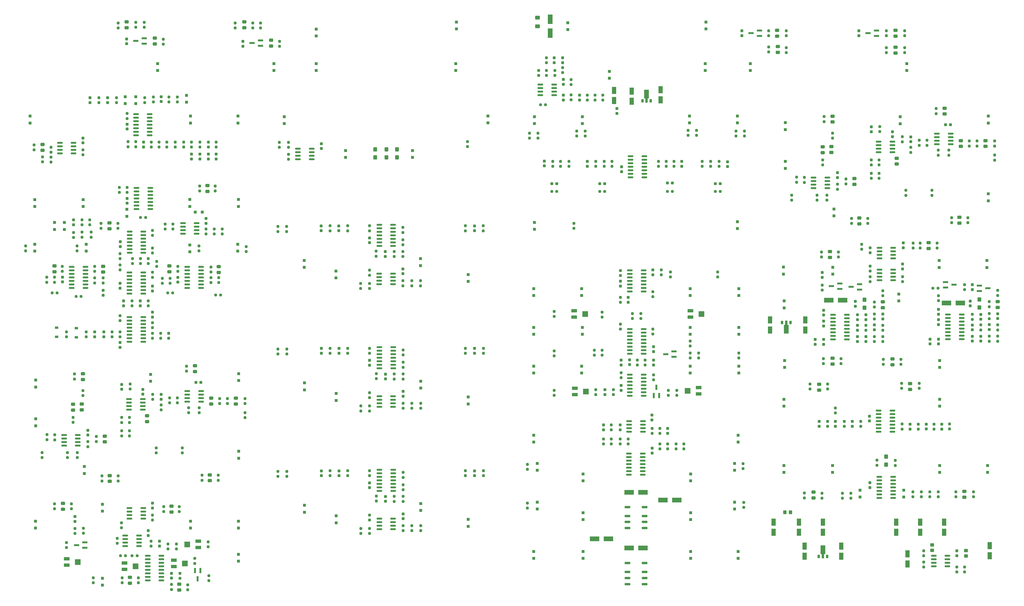
<source format=gbr>
%TF.GenerationSoftware,KiCad,Pcbnew,(6.0.9-0)*%
%TF.CreationDate,2023-07-01T22:34:15+02:00*%
%TF.ProjectId,konstrukt-kicad6,6b6f6e73-7472-4756-9b74-2d6b69636164,rev?*%
%TF.SameCoordinates,Original*%
%TF.FileFunction,Paste,Top*%
%TF.FilePolarity,Positive*%
%FSLAX46Y46*%
G04 Gerber Fmt 4.6, Leading zero omitted, Abs format (unit mm)*
G04 Created by KiCad (PCBNEW (6.0.9-0)) date 2023-07-01 22:34:15*
%MOMM*%
%LPD*%
G01*
G04 APERTURE LIST*
G04 Aperture macros list*
%AMRoundRect*
0 Rectangle with rounded corners*
0 $1 Rounding radius*
0 $2 $3 $4 $5 $6 $7 $8 $9 X,Y pos of 4 corners*
0 Add a 4 corners polygon primitive as box body*
4,1,4,$2,$3,$4,$5,$6,$7,$8,$9,$2,$3,0*
0 Add four circle primitives for the rounded corners*
1,1,$1+$1,$2,$3*
1,1,$1+$1,$4,$5*
1,1,$1+$1,$6,$7*
1,1,$1+$1,$8,$9*
0 Add four rect primitives between the rounded corners*
20,1,$1+$1,$2,$3,$4,$5,0*
20,1,$1+$1,$4,$5,$6,$7,0*
20,1,$1+$1,$6,$7,$8,$9,0*
20,1,$1+$1,$8,$9,$2,$3,0*%
%AMFreePoly0*
4,1,9,3.862500,-0.866500,0.737500,-0.866500,0.737500,-0.450000,-0.737500,-0.450000,-0.737500,0.450000,0.737500,0.450000,0.737500,0.866500,3.862500,0.866500,3.862500,-0.866500,3.862500,-0.866500,$1*%
G04 Aperture macros list end*
%ADD10RoundRect,0.237500X-0.237500X0.300000X-0.237500X-0.300000X0.237500X-0.300000X0.237500X0.300000X0*%
%ADD11RoundRect,0.237500X0.237500X-0.250000X0.237500X0.250000X-0.237500X0.250000X-0.237500X-0.250000X0*%
%ADD12R,1.000000X1.000000*%
%ADD13RoundRect,0.250000X0.475000X-0.337500X0.475000X0.337500X-0.475000X0.337500X-0.475000X-0.337500X0*%
%ADD14RoundRect,0.250000X0.425000X-0.537500X0.425000X0.537500X-0.425000X0.537500X-0.425000X-0.537500X0*%
%ADD15RoundRect,0.237500X-0.237500X0.250000X-0.237500X-0.250000X0.237500X-0.250000X0.237500X0.250000X0*%
%ADD16RoundRect,0.250000X-0.475000X0.337500X-0.475000X-0.337500X0.475000X-0.337500X0.475000X0.337500X0*%
%ADD17R,3.500000X1.800000*%
%ADD18RoundRect,0.250000X-0.550000X1.050000X-0.550000X-1.050000X0.550000X-1.050000X0.550000X1.050000X0*%
%ADD19RoundRect,0.237500X0.237500X-0.300000X0.237500X0.300000X-0.237500X0.300000X-0.237500X-0.300000X0*%
%ADD20RoundRect,0.150000X-0.825000X-0.150000X0.825000X-0.150000X0.825000X0.150000X-0.825000X0.150000X0*%
%ADD21RoundRect,0.237500X-0.250000X-0.237500X0.250000X-0.237500X0.250000X0.237500X-0.250000X0.237500X0*%
%ADD22RoundRect,0.237500X0.250000X0.237500X-0.250000X0.237500X-0.250000X-0.237500X0.250000X-0.237500X0*%
%ADD23R,2.000000X1.300000*%
%ADD24R,2.000000X2.000000*%
%ADD25R,0.900000X1.300000*%
%ADD26FreePoly0,90.000000*%
%ADD27R,1.200000X0.900000*%
%ADD28R,0.800000X1.900000*%
%ADD29R,1.900000X0.800000*%
%ADD30RoundRect,0.250000X0.550000X-1.050000X0.550000X1.050000X-0.550000X1.050000X-0.550000X-1.050000X0*%
%ADD31RoundRect,0.237500X0.300000X0.237500X-0.300000X0.237500X-0.300000X-0.237500X0.300000X-0.237500X0*%
%ADD32RoundRect,0.250000X-0.425000X0.537500X-0.425000X-0.537500X0.425000X-0.537500X0.425000X0.537500X0*%
%ADD33RoundRect,0.150000X-0.850000X-0.150000X0.850000X-0.150000X0.850000X0.150000X-0.850000X0.150000X0*%
%ADD34RoundRect,0.237500X-0.300000X-0.237500X0.300000X-0.237500X0.300000X0.237500X-0.300000X0.237500X0*%
%ADD35RoundRect,0.250000X0.350000X0.450000X-0.350000X0.450000X-0.350000X-0.450000X0.350000X-0.450000X0*%
%ADD36R,1.800000X3.500000*%
%ADD37RoundRect,0.200000X-0.830000X-0.200000X0.830000X-0.200000X0.830000X0.200000X-0.830000X0.200000X0*%
%ADD38RoundRect,0.250000X0.450000X-0.350000X0.450000X0.350000X-0.450000X0.350000X-0.450000X-0.350000X0*%
%ADD39RoundRect,0.250000X-0.625000X0.400000X-0.625000X-0.400000X0.625000X-0.400000X0.625000X0.400000X0*%
%ADD40FreePoly0,270.000000*%
G04 APERTURE END LIST*
D10*
%TO.C,C1503*%
X347781000Y-108924000D03*
X347781000Y-110649000D03*
%TD*%
D11*
%TO.C,R308*%
X139536400Y-88026000D03*
X139536400Y-86201000D03*
%TD*%
%TO.C,R902*%
X209042000Y-137818500D03*
X209042000Y-135993500D03*
%TD*%
D12*
%TO.C,D402*%
X115430000Y-139885000D03*
X115430000Y-137385000D03*
%TD*%
D13*
%TO.C,C2906*%
X317047000Y-14658500D03*
X317047000Y-12583500D03*
%TD*%
D12*
%TO.C,D1102*%
X31242000Y-177312000D03*
X31242000Y-179812000D03*
%TD*%
D11*
%TO.C,R631*%
X34671000Y-116990500D03*
X34671000Y-115165500D03*
%TD*%
D14*
%TO.C,C1401*%
X305871000Y-106498500D03*
X305871000Y-103623500D03*
%TD*%
D15*
%TO.C,R801*%
X70358000Y-91797500D03*
X70358000Y-93622500D03*
%TD*%
%TO.C,R1216*%
X69397000Y-46744500D03*
X69397000Y-48569500D03*
%TD*%
D16*
%TO.C,C1802*%
X23749000Y-141202500D03*
X23749000Y-143277500D03*
%TD*%
D11*
%TO.C,R224*%
X61976000Y-208176500D03*
X61976000Y-206351500D03*
%TD*%
D12*
%TO.C,D2504*%
X332994000Y-139466000D03*
X332994000Y-141966000D03*
%TD*%
D15*
%TO.C,R2407*%
X237998000Y-155551500D03*
X237998000Y-157376500D03*
%TD*%
D17*
%TO.C,D1307*%
X292957000Y-103791000D03*
X297957000Y-103791000D03*
%TD*%
D12*
%TO.C,D2606*%
X332994000Y-163342000D03*
X332994000Y-165842000D03*
%TD*%
%TO.C,D501*%
X104000000Y-180205000D03*
X104000000Y-177705000D03*
%TD*%
D15*
%TO.C,R517*%
X124320000Y-186020000D03*
X124320000Y-187845000D03*
%TD*%
D18*
%TO.C,C1308*%
X284535000Y-110881000D03*
X284535000Y-114481000D03*
%TD*%
D16*
%TO.C,C803*%
X31496000Y-91545500D03*
X31496000Y-93620500D03*
%TD*%
D12*
%TO.C,D2912*%
X248721000Y-3481000D03*
X248721000Y-5981000D03*
%TD*%
%TO.C,D503*%
X145910000Y-179570000D03*
X145910000Y-177070000D03*
%TD*%
D10*
%TO.C,C1512*%
X332541000Y-107093000D03*
X332541000Y-108818000D03*
%TD*%
D11*
%TO.C,R2411*%
X220726000Y-155598500D03*
X220726000Y-153773500D03*
%TD*%
D19*
%TO.C,C702*%
X40132000Y-68781000D03*
X40132000Y-67056000D03*
%TD*%
D12*
%TO.C,D2412*%
X259080000Y-162580000D03*
X259080000Y-165080000D03*
%TD*%
D10*
%TO.C,C1513*%
X332541000Y-110802500D03*
X332541000Y-112527500D03*
%TD*%
%TO.C,C301*%
X116422400Y-76983500D03*
X116422400Y-78708500D03*
%TD*%
D11*
%TO.C,R1211*%
X51617000Y-48569500D03*
X51617000Y-46744500D03*
%TD*%
D12*
%TO.C,D304*%
X163031400Y-97003000D03*
X163031400Y-94503000D03*
%TD*%
%TO.C,D2503*%
X276860000Y-139466000D03*
X276860000Y-141966000D03*
%TD*%
D11*
%TO.C,R2104*%
X279596000Y-67701500D03*
X279596000Y-65876500D03*
%TD*%
D15*
%TO.C,R2004*%
X320767000Y-64167500D03*
X320767000Y-65992500D03*
%TD*%
D12*
%TO.C,D1801*%
X7144000Y-135071000D03*
X7144000Y-132571000D03*
%TD*%
D15*
%TO.C,R2410*%
X234950000Y-155551500D03*
X234950000Y-157376500D03*
%TD*%
%TO.C,R2914*%
X313745000Y-6612500D03*
X313745000Y-8437500D03*
%TD*%
%TO.C,R915*%
X235966000Y-93575500D03*
X235966000Y-95400500D03*
%TD*%
D20*
%TO.C,U2001*%
X331953000Y-43712000D03*
X331953000Y-44982000D03*
X331953000Y-46252000D03*
X331953000Y-47522000D03*
X336903000Y-47522000D03*
X336903000Y-46252000D03*
X336903000Y-44982000D03*
X336903000Y-43712000D03*
%TD*%
D16*
%TO.C,C2509*%
X289560000Y-134090500D03*
X289560000Y-136165500D03*
%TD*%
D12*
%TO.C,D504*%
X163055000Y-185285000D03*
X163055000Y-182785000D03*
%TD*%
D13*
%TO.C,C1604*%
X33872000Y-169034500D03*
X33872000Y-166959500D03*
%TD*%
D21*
%TO.C,R202*%
X41910000Y-195834000D03*
X43735000Y-195834000D03*
%TD*%
D12*
%TO.C,D1106*%
X80264000Y-195346000D03*
X80264000Y-197846000D03*
%TD*%
D20*
%TO.C,U1801*%
X17369000Y-152349500D03*
X17369000Y-153619500D03*
X17369000Y-154889500D03*
X17369000Y-156159500D03*
X22319000Y-156159500D03*
X22319000Y-154889500D03*
X22319000Y-153619500D03*
X22319000Y-152349500D03*
%TD*%
D22*
%TO.C,R707*%
X46759500Y-73914000D03*
X44934500Y-73914000D03*
%TD*%
D15*
%TO.C,R2001*%
X352771000Y-46387500D03*
X352771000Y-48212500D03*
%TD*%
%TO.C,R2701*%
X98298000Y-51157500D03*
X98298000Y-52982500D03*
%TD*%
%TO.C,R2508*%
X336550000Y-148336000D03*
X336550000Y-150161000D03*
%TD*%
D20*
%TO.C,U802*%
X20131000Y-91694000D03*
X20131000Y-92964000D03*
X20131000Y-94234000D03*
X20131000Y-95504000D03*
X20131000Y-96774000D03*
X20131000Y-98044000D03*
X20131000Y-99314000D03*
X25081000Y-99314000D03*
X25081000Y-98044000D03*
X25081000Y-96774000D03*
X25081000Y-95504000D03*
X25081000Y-94234000D03*
X25081000Y-92964000D03*
X25081000Y-91694000D03*
%TD*%
D11*
%TO.C,R603*%
X47752000Y-90574500D03*
X47752000Y-88749500D03*
%TD*%
D19*
%TO.C,C206*%
X49276000Y-178662500D03*
X49276000Y-176937500D03*
%TD*%
D10*
%TO.C,C1510*%
X353877000Y-108670000D03*
X353877000Y-110395000D03*
%TD*%
D13*
%TO.C,C801*%
X73152000Y-93747500D03*
X73152000Y-91672500D03*
%TD*%
D12*
%TO.C,D1103*%
X62992000Y-183408000D03*
X62992000Y-185908000D03*
%TD*%
D11*
%TO.C,R515*%
X145910000Y-186852500D03*
X145910000Y-185027500D03*
%TD*%
%TO.C,R923*%
X218186000Y-131722500D03*
X218186000Y-129897500D03*
%TD*%
%TO.C,R516*%
X139560000Y-186852500D03*
X139560000Y-185027500D03*
%TD*%
D23*
%TO.C,RV201*%
X18320000Y-196970000D03*
D24*
X22320000Y-198120000D03*
D23*
X18320000Y-199270000D03*
%TD*%
D11*
%TO.C,R2516*%
X325628000Y-135532500D03*
X325628000Y-133707500D03*
%TD*%
D12*
%TO.C,D2908*%
X321111000Y-18467000D03*
X321111000Y-20967000D03*
%TD*%
D11*
%TO.C,R1302*%
X332033000Y-84995000D03*
X332033000Y-83170000D03*
%TD*%
D12*
%TO.C,D2703*%
X118872000Y-52304000D03*
X118872000Y-49804000D03*
%TD*%
D10*
%TO.C,C1402*%
X302569000Y-104198500D03*
X302569000Y-105923500D03*
%TD*%
D16*
%TO.C,C2903*%
X50093000Y-9281500D03*
X50093000Y-11356500D03*
%TD*%
D20*
%TO.C,U801*%
X61787000Y-91694000D03*
X61787000Y-92964000D03*
X61787000Y-94234000D03*
X61787000Y-95504000D03*
X61787000Y-96774000D03*
X61787000Y-98044000D03*
X61787000Y-99314000D03*
X66737000Y-99314000D03*
X66737000Y-98044000D03*
X66737000Y-96774000D03*
X66737000Y-95504000D03*
X66737000Y-94234000D03*
X66737000Y-92964000D03*
X66737000Y-91694000D03*
%TD*%
D15*
%TO.C,R201*%
X38100000Y-183999500D03*
X38100000Y-185824500D03*
%TD*%
%TO.C,R621*%
X27178000Y-79201000D03*
X27178000Y-81026000D03*
%TD*%
D13*
%TO.C,C1411*%
X312475000Y-106453000D03*
X312475000Y-104378000D03*
%TD*%
D19*
%TO.C,C1307*%
X319587000Y-92461500D03*
X319587000Y-90736500D03*
%TD*%
D25*
%TO.C,U2801*%
X289385000Y-196119000D03*
D26*
X290885000Y-196031500D03*
D25*
X292385000Y-196119000D03*
%TD*%
D11*
%TO.C,R808*%
X3556000Y-86002500D03*
X3556000Y-84177500D03*
%TD*%
D15*
%TO.C,R2306*%
X205232000Y-42775500D03*
X205232000Y-44600500D03*
%TD*%
D11*
%TO.C,R2201*%
X200152000Y-26058500D03*
X200152000Y-24233500D03*
%TD*%
D10*
%TO.C,C205*%
X51816000Y-190653500D03*
X51816000Y-192378500D03*
%TD*%
%TO.C,C1207*%
X69397000Y-51112500D03*
X69397000Y-52837500D03*
%TD*%
D12*
%TO.C,D2704*%
X143002000Y-49804000D03*
X143002000Y-52304000D03*
%TD*%
D11*
%TO.C,R805*%
X83058000Y-86256500D03*
X83058000Y-84431500D03*
%TD*%
D22*
%TO.C,R1310*%
X332334000Y-99473000D03*
X330509000Y-99473000D03*
%TD*%
D12*
%TO.C,D1105*%
X31242000Y-206482000D03*
X31242000Y-203982000D03*
%TD*%
D19*
%TO.C,C2308*%
X190500000Y-55319000D03*
X190500000Y-53594000D03*
%TD*%
D15*
%TO.C,R1701*%
X82605000Y-139200500D03*
X82605000Y-141025500D03*
%TD*%
D11*
%TO.C,R1308*%
X332541000Y-103941500D03*
X332541000Y-102116500D03*
%TD*%
D15*
%TO.C,R702*%
X53848000Y-76303500D03*
X53848000Y-78128500D03*
%TD*%
D13*
%TO.C,C2901*%
X39933000Y-5514500D03*
X39933000Y-3439500D03*
%TD*%
D15*
%TO.C,R911*%
X235204000Y-136247500D03*
X235204000Y-138072500D03*
%TD*%
%TO.C,R920*%
X211328000Y-121769500D03*
X211328000Y-123594500D03*
%TD*%
D12*
%TO.C,D1205*%
X80065000Y-37390000D03*
X80065000Y-39890000D03*
%TD*%
D11*
%TO.C,R312*%
X168492400Y-78758500D03*
X168492400Y-76933500D03*
%TD*%
D13*
%TO.C,C203*%
X41148000Y-205761500D03*
X41148000Y-203686500D03*
%TD*%
D15*
%TO.C,R2204*%
X205994000Y-29821500D03*
X205994000Y-31646500D03*
%TD*%
D18*
%TO.C,C2807*%
X321365000Y-195209000D03*
X321365000Y-198809000D03*
%TD*%
D11*
%TO.C,R602*%
X44958000Y-90574500D03*
X44958000Y-88749500D03*
%TD*%
D10*
%TO.C,C1209*%
X52379000Y-30438000D03*
X52379000Y-32163000D03*
%TD*%
D11*
%TO.C,R1309*%
X307903000Y-93273500D03*
X307903000Y-91448500D03*
%TD*%
D19*
%TO.C,C2911*%
X81843000Y-12197500D03*
X81843000Y-10472500D03*
%TD*%
%TO.C,C404*%
X165341000Y-122860500D03*
X165341000Y-121135500D03*
%TD*%
D11*
%TO.C,R2310*%
X253492000Y-55522500D03*
X253492000Y-53697500D03*
%TD*%
%TO.C,R2911*%
X85399000Y-5643500D03*
X85399000Y-3818500D03*
%TD*%
%TO.C,R1903*%
X352771000Y-53292500D03*
X352771000Y-51467500D03*
%TD*%
D15*
%TO.C,R811*%
X28448000Y-95734500D03*
X28448000Y-97559500D03*
%TD*%
%TO.C,R1217*%
X72191000Y-46744500D03*
X72191000Y-48569500D03*
%TD*%
D11*
%TO.C,R2403*%
X217805000Y-150518500D03*
X217805000Y-148693500D03*
%TD*%
D10*
%TO.C,C1509*%
X347781000Y-116798000D03*
X347781000Y-118523000D03*
%TD*%
D15*
%TO.C,R2416*%
X262128000Y-162663500D03*
X262128000Y-164488500D03*
%TD*%
D16*
%TO.C,C601*%
X33782000Y-75924500D03*
X33782000Y-77999500D03*
%TD*%
D12*
%TO.C,D2302*%
X242824000Y-37358000D03*
X242824000Y-39858000D03*
%TD*%
D19*
%TO.C,C2403*%
X229297000Y-158850500D03*
X229297000Y-157125500D03*
%TD*%
D10*
%TO.C,C1211*%
X40060000Y-40317500D03*
X40060000Y-42042500D03*
%TD*%
D19*
%TO.C,C1603*%
X38190000Y-135839500D03*
X38190000Y-134114500D03*
%TD*%
D11*
%TO.C,R512*%
X168516000Y-167040500D03*
X168516000Y-165215500D03*
%TD*%
%TO.C,R511*%
X129908000Y-176184500D03*
X129908000Y-174359500D03*
%TD*%
D18*
%TO.C,C2812*%
X334573000Y-183779000D03*
X334573000Y-187379000D03*
%TD*%
D19*
%TO.C,C1406*%
X288091000Y-119639500D03*
X288091000Y-117914500D03*
%TD*%
D15*
%TO.C,R1611*%
X36920000Y-167084500D03*
X36920000Y-168909500D03*
%TD*%
%TO.C,R2601*%
X284226000Y-173228000D03*
X284226000Y-175053000D03*
%TD*%
%TO.C,R2325*%
X201168000Y-76049500D03*
X201168000Y-77874500D03*
%TD*%
%TO.C,R1408*%
X312475000Y-112784500D03*
X312475000Y-114609500D03*
%TD*%
D11*
%TO.C,R218*%
X53340000Y-179982500D03*
X53340000Y-178157500D03*
%TD*%
D10*
%TO.C,C607*%
X55118000Y-115723500D03*
X55118000Y-117448500D03*
%TD*%
D11*
%TO.C,R1803*%
X18574000Y-160514500D03*
X18574000Y-158689500D03*
%TD*%
D15*
%TO.C,R304*%
X136361400Y-86201000D03*
X136361400Y-88026000D03*
%TD*%
D19*
%TO.C,C613*%
X37592000Y-99414500D03*
X37592000Y-97689500D03*
%TD*%
D10*
%TO.C,C1208*%
X72191000Y-51112500D03*
X72191000Y-52837500D03*
%TD*%
D15*
%TO.C,R907*%
X222250000Y-108561500D03*
X222250000Y-110386500D03*
%TD*%
D27*
%TO.C,D604*%
X21844000Y-117092000D03*
X21844000Y-113792000D03*
%TD*%
D20*
%TO.C,U701*%
X43499000Y-63246000D03*
X43499000Y-64516000D03*
X43499000Y-65786000D03*
X43499000Y-67056000D03*
X43499000Y-68326000D03*
X43499000Y-69596000D03*
X43499000Y-70866000D03*
X48449000Y-70866000D03*
X48449000Y-69596000D03*
X48449000Y-68326000D03*
X48449000Y-67056000D03*
X48449000Y-65786000D03*
X48449000Y-64516000D03*
X48449000Y-63246000D03*
%TD*%
D11*
%TO.C,R1210*%
X57459000Y-48569500D03*
X57459000Y-46744500D03*
%TD*%
%TO.C,R2608*%
X316992000Y-163322000D03*
X316992000Y-161497000D03*
%TD*%
D15*
%TO.C,R921*%
X194056000Y-107799500D03*
X194056000Y-109624500D03*
%TD*%
D12*
%TO.C,D2002*%
X318735000Y-37668000D03*
X318735000Y-40168000D03*
%TD*%
%TO.C,D1901*%
X350520000Y-65405000D03*
X350520000Y-67905000D03*
%TD*%
D20*
%TO.C,U2501*%
X310961000Y-143510000D03*
X310961000Y-144780000D03*
X310961000Y-146050000D03*
X310961000Y-147320000D03*
X310961000Y-148590000D03*
X310961000Y-149860000D03*
X310961000Y-151130000D03*
X315911000Y-151130000D03*
X315911000Y-149860000D03*
X315911000Y-148590000D03*
X315911000Y-147320000D03*
X315911000Y-146050000D03*
X315911000Y-144780000D03*
X315911000Y-143510000D03*
%TD*%
D19*
%TO.C,C2815*%
X339145000Y-195839500D03*
X339145000Y-194114500D03*
%TD*%
D10*
%TO.C,C2507*%
X295402000Y-147473500D03*
X295402000Y-149198500D03*
%TD*%
D19*
%TO.C,C903*%
X221234000Y-126947000D03*
X221234000Y-125222000D03*
%TD*%
D12*
%TO.C,D701*%
X24250000Y-67480000D03*
X24250000Y-69980000D03*
%TD*%
D15*
%TO.C,R1504*%
X350829000Y-108620000D03*
X350829000Y-110445000D03*
%TD*%
D10*
%TO.C,C2309*%
X218360000Y-55679000D03*
X218360000Y-57404000D03*
%TD*%
D11*
%TO.C,R213*%
X20066000Y-178966500D03*
X20066000Y-177141500D03*
%TD*%
%TO.C,R413*%
X127495000Y-138912500D03*
X127495000Y-137087500D03*
%TD*%
%TO.C,R1909*%
X311404000Y-42973000D03*
X311404000Y-41148000D03*
%TD*%
D15*
%TO.C,R2604*%
X332486000Y-172823500D03*
X332486000Y-174648500D03*
%TD*%
D10*
%TO.C,C405*%
X127495000Y-125453500D03*
X127495000Y-127178500D03*
%TD*%
D11*
%TO.C,R620*%
X49276000Y-80414500D03*
X49276000Y-78589500D03*
%TD*%
%TO.C,R614*%
X41910000Y-105814500D03*
X41910000Y-103989500D03*
%TD*%
D16*
%TO.C,C2908*%
X317047000Y-6487500D03*
X317047000Y-8562500D03*
%TD*%
D15*
%TO.C,R2912*%
X313745000Y-12708500D03*
X313745000Y-14533500D03*
%TD*%
D12*
%TO.C,D502*%
X115430000Y-184015000D03*
X115430000Y-181515000D03*
%TD*%
D16*
%TO.C,C2904*%
X274375000Y-6487500D03*
X274375000Y-8562500D03*
%TD*%
D17*
%TO.C,D1308*%
X335375000Y-104807000D03*
X340375000Y-104807000D03*
%TD*%
D15*
%TO.C,R2603*%
X329438000Y-172823500D03*
X329438000Y-174648500D03*
%TD*%
D20*
%TO.C,U902*%
X221299000Y-130556000D03*
X221299000Y-131826000D03*
X221299000Y-133096000D03*
X221299000Y-134366000D03*
X221299000Y-135636000D03*
X221299000Y-136906000D03*
X221299000Y-138176000D03*
X226249000Y-138176000D03*
X226249000Y-136906000D03*
X226249000Y-135636000D03*
X226249000Y-134366000D03*
X226249000Y-133096000D03*
X226249000Y-131826000D03*
X226249000Y-130556000D03*
%TD*%
D15*
%TO.C,R2207*%
X188468000Y-20931500D03*
X188468000Y-22756500D03*
%TD*%
D11*
%TO.C,R1904*%
X322545000Y-50498500D03*
X322545000Y-48673500D03*
%TD*%
D28*
%TO.C,Q202*%
X66482000Y-201192000D03*
X64582000Y-201192000D03*
X65532000Y-204192000D03*
%TD*%
D13*
%TO.C,C1803*%
X20606000Y-143367500D03*
X20606000Y-141292500D03*
%TD*%
D15*
%TO.C,R814*%
X52832000Y-95861500D03*
X52832000Y-97686500D03*
%TD*%
%TO.C,R2305*%
X212090000Y-53697500D03*
X212090000Y-55522500D03*
%TD*%
D11*
%TO.C,R315*%
X145886400Y-98570500D03*
X145886400Y-96745500D03*
%TD*%
D15*
%TO.C,R404*%
X136385000Y-130353000D03*
X136385000Y-132178000D03*
%TD*%
D11*
%TO.C,R2323*%
X193548000Y-55522500D03*
X193548000Y-53697500D03*
%TD*%
D29*
%TO.C,Q2904*%
X310165000Y-8475000D03*
X310165000Y-6575000D03*
X307165000Y-7525000D03*
%TD*%
D10*
%TO.C,C906*%
X229616000Y-92863500D03*
X229616000Y-94588500D03*
%TD*%
%TO.C,C1413*%
X291139000Y-111310500D03*
X291139000Y-113035500D03*
%TD*%
D12*
%TO.C,D603*%
X80264000Y-67450000D03*
X80264000Y-69950000D03*
%TD*%
D14*
%TO.C,C2602*%
X313690000Y-162981500D03*
X313690000Y-160106500D03*
%TD*%
D15*
%TO.C,R632*%
X25400000Y-115165500D03*
X25400000Y-116990500D03*
%TD*%
D11*
%TO.C,R1307*%
X307903000Y-97083500D03*
X307903000Y-95258500D03*
%TD*%
D12*
%TO.C,D403*%
X145910000Y-135440000D03*
X145910000Y-132940000D03*
%TD*%
D20*
%TO.C,U702*%
X60233000Y-75951000D03*
X60233000Y-77221000D03*
X60233000Y-78491000D03*
X60233000Y-79761000D03*
X65183000Y-79761000D03*
X65183000Y-78491000D03*
X65183000Y-77221000D03*
X65183000Y-75951000D03*
%TD*%
D11*
%TO.C,R503*%
X119621000Y-167040500D03*
X119621000Y-165215500D03*
%TD*%
D10*
%TO.C,C401*%
X116446000Y-121135500D03*
X116446000Y-122860500D03*
%TD*%
D15*
%TO.C,R613*%
X47752000Y-103989500D03*
X47752000Y-105814500D03*
%TD*%
D19*
%TO.C,C2203*%
X216662000Y-36422500D03*
X216662000Y-34697500D03*
%TD*%
%TO.C,C1805*%
X25931500Y-152349500D03*
X25931500Y-150624500D03*
%TD*%
D12*
%TO.C,D802*%
X62738000Y-83840000D03*
X62738000Y-86340000D03*
%TD*%
D11*
%TO.C,R2909*%
X79049000Y-5643500D03*
X79049000Y-3818500D03*
%TD*%
D15*
%TO.C,R703*%
X37338000Y-63095500D03*
X37338000Y-64920500D03*
%TD*%
D16*
%TO.C,C2003*%
X349469000Y-46262500D03*
X349469000Y-48337500D03*
%TD*%
D11*
%TO.C,R313*%
X127471400Y-94760500D03*
X127471400Y-92935500D03*
%TD*%
D15*
%TO.C,R1305*%
X307903000Y-84844500D03*
X307903000Y-86669500D03*
%TD*%
D19*
%TO.C,C2505*%
X301498000Y-149198500D03*
X301498000Y-147473500D03*
%TD*%
D20*
%TO.C,U203*%
X40959000Y-178689000D03*
X40959000Y-179959000D03*
X40959000Y-181229000D03*
X40959000Y-182499000D03*
X45909000Y-182499000D03*
X45909000Y-181229000D03*
X45909000Y-179959000D03*
X45909000Y-178689000D03*
%TD*%
D19*
%TO.C,C2303*%
X205994000Y-55472500D03*
X205994000Y-53747500D03*
%TD*%
D15*
%TO.C,R203*%
X21336000Y-186031500D03*
X21336000Y-187856500D03*
%TD*%
%TO.C,R1402*%
X309427000Y-104402500D03*
X309427000Y-106227500D03*
%TD*%
%TO.C,R2003*%
X330200000Y-64167500D03*
X330200000Y-65992500D03*
%TD*%
%TO.C,R2317*%
X188214000Y-43537500D03*
X188214000Y-45362500D03*
%TD*%
D10*
%TO.C,C1410*%
X312475000Y-108770500D03*
X312475000Y-110495500D03*
%TD*%
D30*
%TO.C,C2804*%
X284281000Y-196015000D03*
X284281000Y-192415000D03*
%TD*%
D19*
%TO.C,C2302*%
X240030000Y-55472500D03*
X240030000Y-53747500D03*
%TD*%
%TO.C,C615*%
X49276000Y-109828500D03*
X49276000Y-108103500D03*
%TD*%
D13*
%TO.C,C802*%
X55372000Y-93493500D03*
X55372000Y-91418500D03*
%TD*%
D16*
%TO.C,C2004*%
X317465000Y-52612500D03*
X317465000Y-54687500D03*
%TD*%
D12*
%TO.C,D1301*%
X276661000Y-94353000D03*
X276661000Y-91853000D03*
%TD*%
D19*
%TO.C,C901*%
X229870000Y-127100500D03*
X229870000Y-125375500D03*
%TD*%
D31*
%TO.C,C1705*%
X66648500Y-133350000D03*
X64923500Y-133350000D03*
%TD*%
D15*
%TO.C,R2302*%
X259588000Y-42775500D03*
X259588000Y-44600500D03*
%TD*%
D23*
%TO.C,RV903*%
X246094000Y-137548000D03*
D24*
X242094000Y-136398000D03*
D23*
X246094000Y-135248000D03*
%TD*%
D20*
%TO.C,U901*%
X221299000Y-92964000D03*
X221299000Y-94234000D03*
X221299000Y-95504000D03*
X221299000Y-96774000D03*
X221299000Y-98044000D03*
X221299000Y-99314000D03*
X221299000Y-100584000D03*
X226249000Y-100584000D03*
X226249000Y-99314000D03*
X226249000Y-98044000D03*
X226249000Y-96774000D03*
X226249000Y-95504000D03*
X226249000Y-94234000D03*
X226249000Y-92964000D03*
%TD*%
D11*
%TO.C,R1702*%
X61523000Y-129341500D03*
X61523000Y-127516500D03*
%TD*%
D18*
%TO.C,C2805*%
X273105000Y-183779000D03*
X273105000Y-187379000D03*
%TD*%
D16*
%TO.C,C2510*%
X322326000Y-133836500D03*
X322326000Y-135911500D03*
%TD*%
D11*
%TO.C,R1222*%
X12700000Y-53998500D03*
X12700000Y-52173500D03*
%TD*%
D32*
%TO.C,C2702*%
X137414000Y-49362500D03*
X137414000Y-52237500D03*
%TD*%
D15*
%TO.C,R221*%
X64516000Y-196803000D03*
X64516000Y-198628000D03*
%TD*%
D16*
%TO.C,C2907*%
X92003000Y-10043500D03*
X92003000Y-12118500D03*
%TD*%
D15*
%TO.C,R2511*%
X330962000Y-148439500D03*
X330962000Y-150264500D03*
%TD*%
%TO.C,R810*%
X55626000Y-95861500D03*
X55626000Y-97686500D03*
%TD*%
%TO.C,R1208*%
X48823000Y-46744500D03*
X48823000Y-48569500D03*
%TD*%
D20*
%TO.C,U601*%
X41024000Y-78994000D03*
X41024000Y-80264000D03*
X41024000Y-81534000D03*
X41024000Y-82804000D03*
X41024000Y-84074000D03*
X41024000Y-85344000D03*
X41024000Y-86614000D03*
X45974000Y-86614000D03*
X45974000Y-85344000D03*
X45974000Y-84074000D03*
X45974000Y-82804000D03*
X45974000Y-81534000D03*
X45974000Y-80264000D03*
X45974000Y-78994000D03*
%TD*%
D12*
%TO.C,D2909*%
X158551000Y-18467000D03*
X158551000Y-20967000D03*
%TD*%
D19*
%TO.C,C306*%
X139536400Y-94202500D03*
X139536400Y-92477500D03*
%TD*%
D11*
%TO.C,R2208*%
X194310000Y-22756500D03*
X194310000Y-20931500D03*
%TD*%
D12*
%TO.C,D1008*%
X204216000Y-113558000D03*
X204216000Y-116058000D03*
%TD*%
D13*
%TO.C,C1301*%
X293425000Y-88318500D03*
X293425000Y-86243500D03*
%TD*%
D18*
%TO.C,C2803*%
X282249000Y-183779000D03*
X282249000Y-187379000D03*
%TD*%
D11*
%TO.C,R1507*%
X353877000Y-118573000D03*
X353877000Y-116748000D03*
%TD*%
D19*
%TO.C,C1901*%
X322545000Y-46638500D03*
X322545000Y-44913500D03*
%TD*%
D12*
%TO.C,D1302*%
X332795000Y-89460000D03*
X332795000Y-91960000D03*
%TD*%
D23*
%TO.C,RV904*%
X243110000Y-107562000D03*
D24*
X247110000Y-108712000D03*
D23*
X243110000Y-109862000D03*
%TD*%
D15*
%TO.C,R220*%
X69596000Y-203049500D03*
X69596000Y-204874500D03*
%TD*%
%TO.C,R1508*%
X353877000Y-112684000D03*
X353877000Y-114509000D03*
%TD*%
D11*
%TO.C,R927*%
X232664000Y-94638500D03*
X232664000Y-92813500D03*
%TD*%
D19*
%TO.C,C612*%
X37657000Y-84428500D03*
X37657000Y-82703500D03*
%TD*%
D10*
%TO.C,C605*%
X49276000Y-98705500D03*
X49276000Y-100430500D03*
%TD*%
D15*
%TO.C,R2415*%
X262382000Y-176633500D03*
X262382000Y-178458500D03*
%TD*%
D20*
%TO.C,U401*%
X131047500Y-120728000D03*
X131047500Y-121998000D03*
X131047500Y-123268000D03*
X131047500Y-124538000D03*
X131047500Y-125808000D03*
X131047500Y-127078000D03*
X131047500Y-128348000D03*
X135997500Y-128348000D03*
X135997500Y-127078000D03*
X135997500Y-125808000D03*
X135997500Y-124538000D03*
X135997500Y-123268000D03*
X135997500Y-121998000D03*
X135997500Y-120728000D03*
%TD*%
D12*
%TO.C,D1601*%
X80354000Y-158218000D03*
X80354000Y-160718000D03*
%TD*%
%TO.C,D1006*%
X243078000Y-127508000D03*
X243078000Y-130008000D03*
%TD*%
%TO.C,D2410*%
X260350000Y-152420000D03*
X260350000Y-154920000D03*
%TD*%
%TO.C,D1305*%
X294441000Y-94373000D03*
X294441000Y-91873000D03*
%TD*%
D15*
%TO.C,R223*%
X56134000Y-206201000D03*
X56134000Y-208026000D03*
%TD*%
D28*
%TO.C,Q902*%
X229936000Y-138152000D03*
X231836000Y-138152000D03*
X230886000Y-135152000D03*
%TD*%
D12*
%TO.C,D1104*%
X80264000Y-183408000D03*
X80264000Y-185908000D03*
%TD*%
D20*
%TO.C,U1601*%
X40795000Y-139422000D03*
X40795000Y-140692000D03*
X40795000Y-141962000D03*
X40795000Y-143232000D03*
X45745000Y-143232000D03*
X45745000Y-141962000D03*
X45745000Y-140692000D03*
X45745000Y-139422000D03*
%TD*%
D15*
%TO.C,R809*%
X70358000Y-95607500D03*
X70358000Y-97432500D03*
%TD*%
D11*
%TO.C,R416*%
X139560000Y-142722500D03*
X139560000Y-140897500D03*
%TD*%
%TO.C,R311*%
X129884400Y-87902500D03*
X129884400Y-86077500D03*
%TD*%
D15*
%TO.C,R605*%
X49276000Y-84939500D03*
X49276000Y-86764500D03*
%TD*%
D16*
%TO.C,C208*%
X58928000Y-206126000D03*
X58928000Y-208201000D03*
%TD*%
D12*
%TO.C,D2907*%
X213923000Y-21261000D03*
X213923000Y-23761000D03*
%TD*%
D15*
%TO.C,R802*%
X58420000Y-91543500D03*
X58420000Y-93368500D03*
%TD*%
D12*
%TO.C,D2101*%
X277310000Y-42258000D03*
X277310000Y-39758000D03*
%TD*%
D10*
%TO.C,C207*%
X56134000Y-202184000D03*
X56134000Y-203909000D03*
%TD*%
D15*
%TO.C,R417*%
X124320000Y-141890000D03*
X124320000Y-143715000D03*
%TD*%
%TO.C,R2209*%
X197104000Y-19915500D03*
X197104000Y-21740500D03*
%TD*%
D10*
%TO.C,C501*%
X116446000Y-165265500D03*
X116446000Y-166990500D03*
%TD*%
D15*
%TO.C,R402*%
X139560000Y-126135500D03*
X139560000Y-127960500D03*
%TD*%
%TO.C,R610*%
X42037000Y-88749500D03*
X42037000Y-90574500D03*
%TD*%
D20*
%TO.C,U1202*%
X43300000Y-36735000D03*
X43300000Y-38005000D03*
X43300000Y-39275000D03*
X43300000Y-40545000D03*
X43300000Y-41815000D03*
X43300000Y-43085000D03*
X43300000Y-44355000D03*
X48250000Y-44355000D03*
X48250000Y-43085000D03*
X48250000Y-41815000D03*
X48250000Y-40545000D03*
X48250000Y-39275000D03*
X48250000Y-38005000D03*
X48250000Y-36735000D03*
%TD*%
D10*
%TO.C,C1409*%
X306379000Y-116898500D03*
X306379000Y-118623500D03*
%TD*%
D15*
%TO.C,R2602*%
X290576000Y-173331500D03*
X290576000Y-175156500D03*
%TD*%
%TO.C,R1221*%
X58221000Y-30488500D03*
X58221000Y-32313500D03*
%TD*%
D12*
%TO.C,D2409*%
X186690000Y-152420000D03*
X186690000Y-154920000D03*
%TD*%
%TO.C,D2414*%
X259080000Y-176550000D03*
X259080000Y-179050000D03*
%TD*%
D15*
%TO.C,R705*%
X68580000Y-78081500D03*
X68580000Y-79906500D03*
%TD*%
D12*
%TO.C,D1204*%
X39425000Y-30405000D03*
X39425000Y-32905000D03*
%TD*%
D33*
%TO.C,U1501*%
X335883000Y-108897500D03*
X335883000Y-110167500D03*
X335883000Y-111437500D03*
X335883000Y-112707500D03*
X335883000Y-113977500D03*
X335883000Y-115247500D03*
X335883000Y-116517500D03*
X335883000Y-117787500D03*
X340883000Y-117787500D03*
X340883000Y-116517500D03*
X340883000Y-115247500D03*
X340883000Y-113977500D03*
X340883000Y-112707500D03*
X340883000Y-111437500D03*
X340883000Y-110167500D03*
X340883000Y-108897500D03*
%TD*%
D15*
%TO.C,R2106*%
X292296000Y-65876500D03*
X292296000Y-67701500D03*
%TD*%
D12*
%TO.C,D2301*%
X260096000Y-37358000D03*
X260096000Y-39858000D03*
%TD*%
D19*
%TO.C,C1605*%
X45810000Y-137617500D03*
X45810000Y-135892500D03*
%TD*%
D12*
%TO.C,D302*%
X115406400Y-95733000D03*
X115406400Y-93233000D03*
%TD*%
D10*
%TO.C,C1507*%
X350829000Y-112580500D03*
X350829000Y-114305500D03*
%TD*%
D14*
%TO.C,C1501*%
X347273000Y-106398000D03*
X347273000Y-103523000D03*
%TD*%
D12*
%TO.C,D804*%
X6858000Y-83586000D03*
X6858000Y-86086000D03*
%TD*%
D19*
%TO.C,C209*%
X47752000Y-188568500D03*
X47752000Y-186843500D03*
%TD*%
D15*
%TO.C,R2401*%
X214630000Y-148693500D03*
X214630000Y-150518500D03*
%TD*%
D17*
%TO.C,D2406*%
X233212000Y-175768000D03*
X238212000Y-175768000D03*
%TD*%
D12*
%TO.C,D1007*%
X203962000Y-99588000D03*
X203962000Y-102088000D03*
%TD*%
D15*
%TO.C,R2409*%
X217805000Y-153773500D03*
X217805000Y-155598500D03*
%TD*%
%TO.C,R2006*%
X332451000Y-49689500D03*
X332451000Y-51514500D03*
%TD*%
D11*
%TO.C,R2514*%
X319278000Y-135532500D03*
X319278000Y-133707500D03*
%TD*%
D29*
%TO.C,Q201*%
X24868000Y-192974000D03*
X24868000Y-191074000D03*
X21868000Y-192024000D03*
%TD*%
D34*
%TO.C,C2305*%
X234849500Y-61468000D03*
X236574500Y-61468000D03*
%TD*%
D12*
%TO.C,D1602*%
X24728000Y-166199000D03*
X24728000Y-163699000D03*
%TD*%
D11*
%TO.C,R2803*%
X339145000Y-201731500D03*
X339145000Y-199906500D03*
%TD*%
%TO.C,R813*%
X73152000Y-97432500D03*
X73152000Y-95607500D03*
%TD*%
%TO.C,R2703*%
X98298000Y-48664500D03*
X98298000Y-46839500D03*
%TD*%
D12*
%TO.C,D2415*%
X204470000Y-194330000D03*
X204470000Y-196830000D03*
%TD*%
D11*
%TO.C,R604*%
X50800000Y-91590500D03*
X50800000Y-89765500D03*
%TD*%
%TO.C,R1907*%
X319497000Y-46688500D03*
X319497000Y-44863500D03*
%TD*%
D10*
%TO.C,C1504*%
X344733000Y-116798000D03*
X344733000Y-118523000D03*
%TD*%
D15*
%TO.C,R1202*%
X9652000Y-52078500D03*
X9652000Y-53903500D03*
%TD*%
D11*
%TO.C,R1603*%
X82605000Y-146105500D03*
X82605000Y-144280500D03*
%TD*%
D13*
%TO.C,C204*%
X56134000Y-180107500D03*
X56134000Y-178032500D03*
%TD*%
D15*
%TO.C,R609*%
X37592000Y-91035500D03*
X37592000Y-92860500D03*
%TD*%
D12*
%TO.C,D1201*%
X5135000Y-37390000D03*
X5135000Y-39890000D03*
%TD*%
D11*
%TO.C,R1609*%
X41238000Y-135786000D03*
X41238000Y-133961000D03*
%TD*%
D19*
%TO.C,C304*%
X165317400Y-78708500D03*
X165317400Y-76983500D03*
%TD*%
D11*
%TO.C,R2404*%
X229362000Y-151788500D03*
X229362000Y-149963500D03*
%TD*%
D15*
%TO.C,R1311*%
X304855000Y-83574500D03*
X304855000Y-85399500D03*
%TD*%
D11*
%TO.C,R607*%
X26670000Y-76604500D03*
X26670000Y-74779500D03*
%TD*%
D12*
%TO.C,D303*%
X145886400Y-91288000D03*
X145886400Y-88788000D03*
%TD*%
%TO.C,D2413*%
X204470000Y-180360000D03*
X204470000Y-182860000D03*
%TD*%
D20*
%TO.C,U603*%
X40959000Y-109855000D03*
X40959000Y-111125000D03*
X40959000Y-112395000D03*
X40959000Y-113665000D03*
X40959000Y-114935000D03*
X40959000Y-116205000D03*
X40959000Y-117475000D03*
X40959000Y-118745000D03*
X45909000Y-118745000D03*
X45909000Y-117475000D03*
X45909000Y-116205000D03*
X45909000Y-114935000D03*
X45909000Y-113665000D03*
X45909000Y-112395000D03*
X45909000Y-111125000D03*
X45909000Y-109855000D03*
%TD*%
D11*
%TO.C,R2503*%
X297434000Y-126642500D03*
X297434000Y-124817500D03*
%TD*%
D12*
%TO.C,D2602*%
X320040000Y-174732000D03*
X320040000Y-172232000D03*
%TD*%
%TO.C,D1202*%
X62920000Y-37390000D03*
X62920000Y-39890000D03*
%TD*%
D15*
%TO.C,R1403*%
X303331000Y-108974500D03*
X303331000Y-110799500D03*
%TD*%
D19*
%TO.C,C2506*%
X322326000Y-150214500D03*
X322326000Y-148489500D03*
%TD*%
D11*
%TO.C,R1905*%
X308356000Y-55014500D03*
X308356000Y-53189500D03*
%TD*%
D15*
%TO.C,R1705*%
X66095000Y-142502500D03*
X66095000Y-144327500D03*
%TD*%
D11*
%TO.C,R807*%
X22098000Y-86002500D03*
X22098000Y-84177500D03*
%TD*%
D15*
%TO.C,R2510*%
X298553500Y-147423500D03*
X298553500Y-149248500D03*
%TD*%
D11*
%TO.C,R1506*%
X350829000Y-118573000D03*
X350829000Y-116748000D03*
%TD*%
D22*
%TO.C,R2318*%
X253896500Y-64516000D03*
X252071500Y-64516000D03*
%TD*%
D33*
%TO.C,U1401*%
X294481000Y-108998000D03*
X294481000Y-110268000D03*
X294481000Y-111538000D03*
X294481000Y-112808000D03*
X294481000Y-114078000D03*
X294481000Y-115348000D03*
X294481000Y-116618000D03*
X294481000Y-117888000D03*
X299481000Y-117888000D03*
X299481000Y-116618000D03*
X299481000Y-115348000D03*
X299481000Y-114078000D03*
X299481000Y-112808000D03*
X299481000Y-111538000D03*
X299481000Y-110268000D03*
X299481000Y-108998000D03*
%TD*%
D10*
%TO.C,C701*%
X68580000Y-74321500D03*
X68580000Y-76046500D03*
%TD*%
D11*
%TO.C,R1902*%
X311150000Y-59840500D03*
X311150000Y-58015500D03*
%TD*%
D16*
%TO.C,C1201*%
X9652000Y-47635500D03*
X9652000Y-49710500D03*
%TD*%
D19*
%TO.C,C806*%
X58406000Y-97226500D03*
X58406000Y-95501500D03*
%TD*%
D15*
%TO.C,R1703*%
X60034000Y-156980500D03*
X60034000Y-158805500D03*
%TD*%
%TO.C,R2612*%
X345186000Y-172823500D03*
X345186000Y-174648500D03*
%TD*%
D19*
%TO.C,C1303*%
X290631000Y-95509500D03*
X290631000Y-93784500D03*
%TD*%
D23*
%TO.C,RV202*%
X39148000Y-198494000D03*
D24*
X43148000Y-199644000D03*
D23*
X39148000Y-200794000D03*
%TD*%
D12*
%TO.C,D1009*%
X186690000Y-99588000D03*
X186690000Y-102088000D03*
%TD*%
D11*
%TO.C,R1212*%
X54411000Y-48569500D03*
X54411000Y-46744500D03*
%TD*%
D12*
%TO.C,D803*%
X25400000Y-83586000D03*
X25400000Y-86086000D03*
%TD*%
D15*
%TO.C,R918*%
X225298000Y-108561500D03*
X225298000Y-110386500D03*
%TD*%
%TO.C,R209*%
X18288000Y-191111500D03*
X18288000Y-192936500D03*
%TD*%
%TO.C,R2611*%
X338836000Y-172823500D03*
X338836000Y-174648500D03*
%TD*%
D29*
%TO.C,Q1304*%
X347297000Y-98523000D03*
X347297000Y-100423000D03*
X350297000Y-99473000D03*
%TD*%
D32*
%TO.C,C2703*%
X133604000Y-49362500D03*
X133604000Y-52237500D03*
%TD*%
D11*
%TO.C,R2501*%
X291084000Y-126642500D03*
X291084000Y-124817500D03*
%TD*%
D15*
%TO.C,R2414*%
X184404000Y-162917500D03*
X184404000Y-164742500D03*
%TD*%
D11*
%TO.C,R804*%
X16764000Y-93368500D03*
X16764000Y-91543500D03*
%TD*%
D19*
%TO.C,C406*%
X139560000Y-138354500D03*
X139560000Y-136629500D03*
%TD*%
D20*
%TO.C,U2802*%
X330828000Y-195866000D03*
X330828000Y-197136000D03*
X330828000Y-198406000D03*
X330828000Y-199676000D03*
X335778000Y-199676000D03*
X335778000Y-198406000D03*
X335778000Y-197136000D03*
X335778000Y-195866000D03*
%TD*%
D15*
%TO.C,R1214*%
X63301000Y-46744500D03*
X63301000Y-48569500D03*
%TD*%
D11*
%TO.C,R513*%
X127495000Y-183042500D03*
X127495000Y-181217500D03*
%TD*%
D15*
%TO.C,R2610*%
X323342000Y-172823500D03*
X323342000Y-174648500D03*
%TD*%
%TO.C,R214*%
X38354000Y-203811500D03*
X38354000Y-205636500D03*
%TD*%
D35*
%TO.C,FB2801*%
X279185000Y-180245000D03*
X277185000Y-180245000D03*
%TD*%
D12*
%TO.C,D2604*%
X294386000Y-163342000D03*
X294386000Y-165842000D03*
%TD*%
D15*
%TO.C,R310*%
X139536400Y-77538500D03*
X139536400Y-79363500D03*
%TD*%
D11*
%TO.C,R1206*%
X36250000Y-32567500D03*
X36250000Y-30742500D03*
%TD*%
D19*
%TO.C,C302*%
X133186400Y-87976000D03*
X133186400Y-86251000D03*
%TD*%
D20*
%TO.C,U202*%
X39435000Y-188595000D03*
X39435000Y-189865000D03*
X39435000Y-191135000D03*
X39435000Y-192405000D03*
X44385000Y-192405000D03*
X44385000Y-191135000D03*
X44385000Y-189865000D03*
X44385000Y-188595000D03*
%TD*%
D10*
%TO.C,C1404*%
X303331000Y-116898500D03*
X303331000Y-118623500D03*
%TD*%
D11*
%TO.C,R2513*%
X292608000Y-135786500D03*
X292608000Y-133961500D03*
%TD*%
%TO.C,R1505*%
X347781000Y-114509000D03*
X347781000Y-112684000D03*
%TD*%
D21*
%TO.C,R2320*%
X210415500Y-64516000D03*
X212240500Y-64516000D03*
%TD*%
D11*
%TO.C,R2007*%
X343627000Y-48212500D03*
X343627000Y-46387500D03*
%TD*%
D20*
%TO.C,U903*%
X221299000Y-114173000D03*
X221299000Y-115443000D03*
X221299000Y-116713000D03*
X221299000Y-117983000D03*
X221299000Y-119253000D03*
X221299000Y-120523000D03*
X221299000Y-121793000D03*
X221299000Y-123063000D03*
X226249000Y-123063000D03*
X226249000Y-121793000D03*
X226249000Y-120523000D03*
X226249000Y-119253000D03*
X226249000Y-117983000D03*
X226249000Y-116713000D03*
X226249000Y-115443000D03*
X226249000Y-114173000D03*
%TD*%
D13*
%TO.C,C2103*%
X290772000Y-50554500D03*
X290772000Y-48479500D03*
%TD*%
D29*
%TO.C,Q2901*%
X46259000Y-11269000D03*
X46259000Y-9369000D03*
X43259000Y-10319000D03*
%TD*%
%TO.C,Q1303*%
X296957000Y-99661000D03*
X296957000Y-97761000D03*
X293957000Y-98711000D03*
%TD*%
D15*
%TO.C,R317*%
X124296400Y-97738000D03*
X124296400Y-99563000D03*
%TD*%
%TO.C,R208*%
X27940000Y-203811500D03*
X27940000Y-205636500D03*
%TD*%
%TO.C,R2505*%
X304546000Y-147423500D03*
X304546000Y-149248500D03*
%TD*%
D11*
%TO.C,R412*%
X168516000Y-122910500D03*
X168516000Y-121085500D03*
%TD*%
%TO.C,R2412*%
X232156000Y-157376500D03*
X232156000Y-155551500D03*
%TD*%
D15*
%TO.C,R2406*%
X211836000Y-153773500D03*
X211836000Y-155598500D03*
%TD*%
D34*
%TO.C,C2304*%
X252121500Y-61722000D03*
X253846500Y-61722000D03*
%TD*%
D23*
%TO.C,RV902*%
X201200000Y-107562000D03*
D24*
X205200000Y-108712000D03*
D23*
X201200000Y-109862000D03*
%TD*%
D11*
%TO.C,R2105*%
X281374000Y-61211000D03*
X281374000Y-59386000D03*
%TD*%
D19*
%TO.C,C1905*%
X315976000Y-44804500D03*
X315976000Y-43079500D03*
%TD*%
D30*
%TO.C,C2801*%
X297489000Y-196015000D03*
X297489000Y-192415000D03*
%TD*%
D15*
%TO.C,R608*%
X23876000Y-74779500D03*
X23876000Y-76604500D03*
%TD*%
D36*
%TO.C,D2801*%
X192587000Y-7485000D03*
X192587000Y-2485000D03*
%TD*%
D12*
%TO.C,D2501*%
X277114000Y-125496000D03*
X277114000Y-127996000D03*
%TD*%
D11*
%TO.C,R906*%
X217932000Y-114196500D03*
X217932000Y-112371500D03*
%TD*%
D12*
%TO.C,D1802*%
X7144000Y-149041000D03*
X7144000Y-146541000D03*
%TD*%
D11*
%TO.C,R1301*%
X290377000Y-88193500D03*
X290377000Y-86368500D03*
%TD*%
D15*
%TO.C,R2203*%
X200152000Y-29718000D03*
X200152000Y-31543000D03*
%TD*%
D11*
%TO.C,R518*%
X142735000Y-186852500D03*
X142735000Y-185027500D03*
%TD*%
%TO.C,R916*%
X224028000Y-127150500D03*
X224028000Y-125325500D03*
%TD*%
D19*
%TO.C,C1405*%
X291139000Y-119639500D03*
X291139000Y-117914500D03*
%TD*%
D30*
%TO.C,C2207*%
X221996000Y-32026000D03*
X221996000Y-28426000D03*
%TD*%
D11*
%TO.C,R619*%
X49276000Y-113688500D03*
X49276000Y-111863500D03*
%TD*%
D15*
%TO.C,R924*%
X215392000Y-135993500D03*
X215392000Y-137818500D03*
%TD*%
%TO.C,R612*%
X37592000Y-109323500D03*
X37592000Y-111148500D03*
%TD*%
D13*
%TO.C,C202*%
X17018000Y-179091500D03*
X17018000Y-177016500D03*
%TD*%
D19*
%TO.C,C2910*%
X261675000Y-8387500D03*
X261675000Y-6662500D03*
%TD*%
D17*
%TO.C,D2405*%
X213574000Y-189738000D03*
X208574000Y-189738000D03*
%TD*%
D12*
%TO.C,D401*%
X104000000Y-136075000D03*
X104000000Y-133575000D03*
%TD*%
D20*
%TO.C,U2701*%
X101665000Y-49149000D03*
X101665000Y-50419000D03*
X101665000Y-51689000D03*
X101665000Y-52959000D03*
X106615000Y-52959000D03*
X106615000Y-51689000D03*
X106615000Y-50419000D03*
X106615000Y-49149000D03*
%TD*%
D11*
%TO.C,R406*%
X113271000Y-122910500D03*
X113271000Y-121085500D03*
%TD*%
D16*
%TO.C,C1703*%
X79303000Y-139075500D03*
X79303000Y-141150500D03*
%TD*%
D19*
%TO.C,C2105*%
X296097500Y-59536500D03*
X296097500Y-57811500D03*
%TD*%
D15*
%TO.C,R630*%
X37592000Y-115165500D03*
X37592000Y-116990500D03*
%TD*%
D23*
%TO.C,RV204*%
X65754000Y-192920000D03*
D24*
X61754000Y-191770000D03*
D23*
X65754000Y-190620000D03*
%TD*%
D11*
%TO.C,R222*%
X59182000Y-204009000D03*
X59182000Y-202184000D03*
%TD*%
D12*
%TO.C,D2906*%
X108259000Y-18467000D03*
X108259000Y-20967000D03*
%TD*%
D10*
%TO.C,C2508*%
X328168000Y-148463000D03*
X328168000Y-150188000D03*
%TD*%
D16*
%TO.C,C1801*%
X24162000Y-130270000D03*
X24162000Y-132345000D03*
%TD*%
D15*
%TO.C,R910*%
X238252000Y-136247500D03*
X238252000Y-138072500D03*
%TD*%
D11*
%TO.C,R2504*%
X312674000Y-126896500D03*
X312674000Y-125071500D03*
%TD*%
D15*
%TO.C,R405*%
X97650000Y-121339500D03*
X97650000Y-123164500D03*
%TD*%
%TO.C,R601*%
X30734000Y-76049500D03*
X30734000Y-77874500D03*
%TD*%
D11*
%TO.C,R2905*%
X46283000Y-5389500D03*
X46283000Y-3564500D03*
%TD*%
D15*
%TO.C,R708*%
X74422000Y-78081500D03*
X74422000Y-79906500D03*
%TD*%
D20*
%TO.C,U2101*%
X287535000Y-59536500D03*
X287535000Y-60806500D03*
X287535000Y-62076500D03*
X287535000Y-63346500D03*
X292485000Y-63346500D03*
X292485000Y-62076500D03*
X292485000Y-60806500D03*
X292485000Y-59536500D03*
%TD*%
D11*
%TO.C,R407*%
X162039000Y-122910500D03*
X162039000Y-121085500D03*
%TD*%
%TO.C,R2607*%
X326390000Y-174648500D03*
X326390000Y-172823500D03*
%TD*%
D15*
%TO.C,R504*%
X136385000Y-174483000D03*
X136385000Y-176308000D03*
%TD*%
D12*
%TO.C,D2702*%
X170180000Y-37358000D03*
X170180000Y-39858000D03*
%TD*%
D11*
%TO.C,R2311*%
X237236000Y-55522500D03*
X237236000Y-53697500D03*
%TD*%
D12*
%TO.C,D1902*%
X294894000Y-73386000D03*
X294894000Y-70886000D03*
%TD*%
D15*
%TO.C,R2307*%
X262636000Y-42775500D03*
X262636000Y-44600500D03*
%TD*%
%TO.C,R627*%
X37592000Y-86971500D03*
X37592000Y-88796500D03*
%TD*%
D11*
%TO.C,R301*%
X127471400Y-78758500D03*
X127471400Y-76933500D03*
%TD*%
D12*
%TO.C,D301*%
X103976400Y-91923000D03*
X103976400Y-89423000D03*
%TD*%
D11*
%TO.C,R1407*%
X312475000Y-118673500D03*
X312475000Y-116848500D03*
%TD*%
%TO.C,R306*%
X113247400Y-78758500D03*
X113247400Y-76933500D03*
%TD*%
D13*
%TO.C,C2104*%
X302260000Y-61997500D03*
X302260000Y-59922500D03*
%TD*%
D12*
%TO.C,D2201*%
X260096000Y-75458000D03*
X260096000Y-77958000D03*
%TD*%
D11*
%TO.C,R216*%
X57912000Y-193444500D03*
X57912000Y-191619500D03*
%TD*%
D12*
%TO.C,D1011*%
X203962000Y-127528000D03*
X203962000Y-130028000D03*
%TD*%
D15*
%TO.C,R2322*%
X185166000Y-43537500D03*
X185166000Y-45362500D03*
%TD*%
%TO.C,R1910*%
X343154000Y-74017500D03*
X343154000Y-75842500D03*
%TD*%
D18*
%TO.C,C2811*%
X317301000Y-183779000D03*
X317301000Y-187379000D03*
%TD*%
D10*
%TO.C,C904*%
X218186000Y-125375500D03*
X218186000Y-127100500D03*
%TD*%
D15*
%TO.C,R410*%
X139560000Y-121690500D03*
X139560000Y-123515500D03*
%TD*%
D11*
%TO.C,R403*%
X119621000Y-122910500D03*
X119621000Y-121085500D03*
%TD*%
%TO.C,R1604*%
X52379000Y-143311500D03*
X52379000Y-141486500D03*
%TD*%
D15*
%TO.C,R2316*%
X196342000Y-53697500D03*
X196342000Y-55522500D03*
%TD*%
%TO.C,R1314*%
X341939000Y-98153000D03*
X341939000Y-99978000D03*
%TD*%
D11*
%TO.C,R2901*%
X36885000Y-5643500D03*
X36885000Y-3818500D03*
%TD*%
%TO.C,R1607*%
X49331000Y-139501500D03*
X49331000Y-137676500D03*
%TD*%
D21*
%TO.C,R2205*%
X189079500Y-33274000D03*
X190904500Y-33274000D03*
%TD*%
D10*
%TO.C,C1508*%
X344733000Y-112734000D03*
X344733000Y-114459000D03*
%TD*%
D15*
%TO.C,R905*%
X217932000Y-93067500D03*
X217932000Y-94892500D03*
%TD*%
D11*
%TO.C,R2315*%
X214884000Y-55522500D03*
X214884000Y-53697500D03*
%TD*%
%TO.C,R611*%
X49276000Y-95527500D03*
X49276000Y-93702500D03*
%TD*%
D16*
%TO.C,C2101*%
X294328000Y-37457000D03*
X294328000Y-39532000D03*
%TD*%
%TO.C,C2601*%
X287528000Y-172952500D03*
X287528000Y-175027500D03*
%TD*%
%TO.C,C1704*%
X47299000Y-145425500D03*
X47299000Y-147500500D03*
%TD*%
D11*
%TO.C,R904*%
X226822000Y-127150500D03*
X226822000Y-125325500D03*
%TD*%
D15*
%TO.C,R1612*%
X31078000Y-167084500D03*
X31078000Y-168909500D03*
%TD*%
D12*
%TO.C,D1306*%
X349940000Y-89460000D03*
X349940000Y-91960000D03*
%TD*%
D13*
%TO.C,C1804*%
X32094000Y-154810500D03*
X32094000Y-152735500D03*
%TD*%
D15*
%TO.C,R514*%
X127495000Y-186020000D03*
X127495000Y-187845000D03*
%TD*%
D13*
%TO.C,C1602*%
X69940000Y-168780500D03*
X69940000Y-166705500D03*
%TD*%
D11*
%TO.C,R501*%
X127495000Y-167040500D03*
X127495000Y-165215500D03*
%TD*%
D15*
%TO.C,R2009*%
X346421000Y-46387500D03*
X346421000Y-48212500D03*
%TD*%
D11*
%TO.C,R409*%
X94475000Y-123164500D03*
X94475000Y-121339500D03*
%TD*%
D12*
%TO.C,D1206*%
X61523000Y-32397000D03*
X61523000Y-29897000D03*
%TD*%
D11*
%TO.C,R318*%
X142711400Y-98570500D03*
X142711400Y-96745500D03*
%TD*%
D12*
%TO.C,D2910*%
X248467000Y-18467000D03*
X248467000Y-20967000D03*
%TD*%
D15*
%TO.C,R909*%
X217932000Y-102719500D03*
X217932000Y-104544500D03*
%TD*%
D10*
%TO.C,C2209*%
X194056000Y-16409500D03*
X194056000Y-18134500D03*
%TD*%
%TO.C,C1204*%
X46029000Y-46794500D03*
X46029000Y-48519500D03*
%TD*%
D11*
%TO.C,R2915*%
X95051000Y-12247500D03*
X95051000Y-10422500D03*
%TD*%
D37*
%TO.C,RL2402*%
X220450000Y-178322000D03*
X220450000Y-181522000D03*
X220450000Y-183722000D03*
X220450000Y-185922000D03*
X226590000Y-185922000D03*
X226590000Y-183722000D03*
X226590000Y-181522000D03*
X226590000Y-178322000D03*
%TD*%
D10*
%TO.C,C908*%
X217932000Y-96927500D03*
X217932000Y-98652500D03*
%TD*%
D11*
%TO.C,R408*%
X139560000Y-132178000D03*
X139560000Y-130353000D03*
%TD*%
D15*
%TO.C,R1404*%
X309427000Y-108720500D03*
X309427000Y-110545500D03*
%TD*%
D12*
%TO.C,D2502*%
X332994000Y-125496000D03*
X332994000Y-127996000D03*
%TD*%
D20*
%TO.C,U602*%
X40959000Y-93726000D03*
X40959000Y-94996000D03*
X40959000Y-96266000D03*
X40959000Y-97536000D03*
X40959000Y-98806000D03*
X40959000Y-100076000D03*
X40959000Y-101346000D03*
X45909000Y-101346000D03*
X45909000Y-100076000D03*
X45909000Y-98806000D03*
X45909000Y-97536000D03*
X45909000Y-96266000D03*
X45909000Y-94996000D03*
X45909000Y-93726000D03*
%TD*%
D12*
%TO.C,D1003*%
X243078000Y-99588000D03*
X243078000Y-102088000D03*
%TD*%
D16*
%TO.C,C606*%
X69088000Y-62462500D03*
X69088000Y-64537500D03*
%TD*%
D11*
%TO.C,R212*%
X13970000Y-178966500D03*
X13970000Y-177141500D03*
%TD*%
D19*
%TO.C,C616*%
X37592000Y-120750500D03*
X37592000Y-119025500D03*
%TD*%
D10*
%TO.C,C505*%
X127495000Y-169583500D03*
X127495000Y-171308500D03*
%TD*%
D15*
%TO.C,R510*%
X139560000Y-165820500D03*
X139560000Y-167645500D03*
%TD*%
D11*
%TO.C,R1509*%
X353877000Y-102063000D03*
X353877000Y-100238000D03*
%TD*%
D12*
%TO.C,D2905*%
X264723000Y-18467000D03*
X264723000Y-20967000D03*
%TD*%
D20*
%TO.C,U1302*%
X311270000Y-92742000D03*
X311270000Y-94012000D03*
X311270000Y-95282000D03*
X311270000Y-96552000D03*
X316220000Y-96552000D03*
X316220000Y-95282000D03*
X316220000Y-94012000D03*
X316220000Y-92742000D03*
%TD*%
D15*
%TO.C,R2402*%
X232156000Y-149963500D03*
X232156000Y-151788500D03*
%TD*%
%TO.C,R704*%
X56642000Y-76303500D03*
X56642000Y-78128500D03*
%TD*%
D11*
%TO.C,R1606*%
X40984000Y-147827500D03*
X40984000Y-146002500D03*
%TD*%
%TO.C,R2008*%
X328387000Y-47958500D03*
X328387000Y-46133500D03*
%TD*%
D22*
%TO.C,R207*%
X39520500Y-195834000D03*
X37695500Y-195834000D03*
%TD*%
D12*
%TO.C,D1702*%
X48569000Y-130481000D03*
X48569000Y-132981000D03*
%TD*%
D37*
%TO.C,RL2401*%
X220450000Y-198515000D03*
X220450000Y-201715000D03*
X220450000Y-203915000D03*
X220450000Y-206115000D03*
X226590000Y-206115000D03*
X226590000Y-203915000D03*
X226590000Y-201715000D03*
X226590000Y-198515000D03*
%TD*%
D15*
%TO.C,R706*%
X71501000Y-78081500D03*
X71501000Y-79906500D03*
%TD*%
D11*
%TO.C,R1223*%
X12700000Y-50442500D03*
X12700000Y-48617500D03*
%TD*%
D20*
%TO.C,U1301*%
X311270000Y-84868000D03*
X311270000Y-86138000D03*
X311270000Y-87408000D03*
X311270000Y-88678000D03*
X316220000Y-88678000D03*
X316220000Y-87408000D03*
X316220000Y-86138000D03*
X316220000Y-84868000D03*
%TD*%
D15*
%TO.C,R2324*%
X199390000Y-53697500D03*
X199390000Y-55522500D03*
%TD*%
D21*
%TO.C,R615*%
X71985500Y-101854000D03*
X73810500Y-101854000D03*
%TD*%
D15*
%TO.C,R205*%
X36576000Y-189587500D03*
X36576000Y-191412500D03*
%TD*%
D12*
%TO.C,D1101*%
X7112000Y-183408000D03*
X7112000Y-185908000D03*
%TD*%
%TO.C,D2603*%
X276860000Y-163342000D03*
X276860000Y-165842000D03*
%TD*%
D29*
%TO.C,Q2903*%
X88169000Y-12031000D03*
X88169000Y-10131000D03*
X85169000Y-11081000D03*
%TD*%
D11*
%TO.C,R622*%
X66294000Y-64412500D03*
X66294000Y-62587500D03*
%TD*%
%TO.C,R1213*%
X60507000Y-48569500D03*
X60507000Y-46744500D03*
%TD*%
D15*
%TO.C,R2101*%
X291280000Y-37555500D03*
X291280000Y-39380500D03*
%TD*%
D10*
%TO.C,C905*%
X212344000Y-136043500D03*
X212344000Y-137768500D03*
%TD*%
D11*
%TO.C,R411*%
X129908000Y-132054500D03*
X129908000Y-130229500D03*
%TD*%
D25*
%TO.C,U2203*%
X225830000Y-31876000D03*
D26*
X227330000Y-31788500D03*
D25*
X228830000Y-31876000D03*
%TD*%
D15*
%TO.C,R505*%
X97650000Y-165469500D03*
X97650000Y-167294500D03*
%TD*%
D17*
%TO.C,D2408*%
X221016000Y-172974000D03*
X226016000Y-172974000D03*
%TD*%
D11*
%TO.C,R1312*%
X319587000Y-97083500D03*
X319587000Y-95258500D03*
%TD*%
D19*
%TO.C,C902*%
X220726000Y-104494500D03*
X220726000Y-102769500D03*
%TD*%
D15*
%TO.C,R219*%
X54864000Y-191619500D03*
X54864000Y-193444500D03*
%TD*%
D31*
%TO.C,C2306*%
X212190500Y-61722000D03*
X210465500Y-61722000D03*
%TD*%
D19*
%TO.C,C502*%
X133210000Y-176258000D03*
X133210000Y-174533000D03*
%TD*%
D20*
%TO.C,U402*%
X130989000Y-138381000D03*
X130989000Y-139651000D03*
X130989000Y-140921000D03*
X130989000Y-142191000D03*
X135939000Y-142191000D03*
X135939000Y-140921000D03*
X135939000Y-139651000D03*
X135939000Y-138381000D03*
%TD*%
D12*
%TO.C,D2419*%
X187960000Y-176550000D03*
X187960000Y-179050000D03*
%TD*%
D17*
%TO.C,D2407*%
X221020000Y-193044000D03*
X226020000Y-193044000D03*
%TD*%
D11*
%TO.C,R2605*%
X310388000Y-163235500D03*
X310388000Y-161410500D03*
%TD*%
D15*
%TO.C,R1908*%
X337312000Y-74017500D03*
X337312000Y-75842500D03*
%TD*%
D12*
%TO.C,D2304*%
X186944000Y-37612000D03*
X186944000Y-40112000D03*
%TD*%
%TO.C,D602*%
X13970000Y-75732000D03*
X13970000Y-78232000D03*
%TD*%
D15*
%TO.C,R204*%
X24384000Y-185928000D03*
X24384000Y-187753000D03*
%TD*%
%TO.C,R2309*%
X202184000Y-42775500D03*
X202184000Y-44600500D03*
%TD*%
D11*
%TO.C,R2506*%
X295402000Y-144422500D03*
X295402000Y-142597500D03*
%TD*%
%TO.C,R2312*%
X209042000Y-55522500D03*
X209042000Y-53697500D03*
%TD*%
%TO.C,R418*%
X142735000Y-142722500D03*
X142735000Y-140897500D03*
%TD*%
D15*
%TO.C,R2802*%
X327207000Y-198128500D03*
X327207000Y-199953500D03*
%TD*%
D10*
%TO.C,C503*%
X110096000Y-165265500D03*
X110096000Y-166990500D03*
%TD*%
D15*
%TO.C,R305*%
X97626400Y-77187500D03*
X97626400Y-79012500D03*
%TD*%
D13*
%TO.C,C2603*%
X341884000Y-174773500D03*
X341884000Y-172698500D03*
%TD*%
D12*
%TO.C,D2411*%
X204470000Y-166390000D03*
X204470000Y-168890000D03*
%TD*%
D11*
%TO.C,R2916*%
X320349000Y-8437500D03*
X320349000Y-6612500D03*
%TD*%
%TO.C,R206*%
X44196000Y-205636500D03*
X44196000Y-203811500D03*
%TD*%
D10*
%TO.C,C303*%
X110072400Y-76983500D03*
X110072400Y-78708500D03*
%TD*%
D11*
%TO.C,R2903*%
X43235000Y-5389500D03*
X43235000Y-3564500D03*
%TD*%
%TO.C,R1906*%
X311150000Y-55014500D03*
X311150000Y-53189500D03*
%TD*%
D13*
%TO.C,C2905*%
X82351000Y-5514500D03*
X82351000Y-3439500D03*
%TD*%
D19*
%TO.C,C2503*%
X289560000Y-149198500D03*
X289560000Y-147473500D03*
%TD*%
D15*
%TO.C,R2606*%
X297942000Y-173331500D03*
X297942000Y-175156500D03*
%TD*%
D12*
%TO.C,D2701*%
X96774000Y-37612000D03*
X96774000Y-40112000D03*
%TD*%
D15*
%TO.C,R919*%
X211328000Y-108053500D03*
X211328000Y-109878500D03*
%TD*%
D11*
%TO.C,R309*%
X94451400Y-79012500D03*
X94451400Y-77187500D03*
%TD*%
D15*
%TO.C,R217*%
X69342000Y-190857500D03*
X69342000Y-192682500D03*
%TD*%
D10*
%TO.C,C608*%
X31496000Y-100229500D03*
X31496000Y-101954500D03*
%TD*%
%TO.C,C1205*%
X63301000Y-51112500D03*
X63301000Y-52837500D03*
%TD*%
D11*
%TO.C,R2109*%
X290772000Y-55001500D03*
X290772000Y-53176500D03*
%TD*%
D20*
%TO.C,U201*%
X47549000Y-195903000D03*
X47549000Y-197173000D03*
X47549000Y-198443000D03*
X47549000Y-199713000D03*
X47549000Y-200983000D03*
X47549000Y-202253000D03*
X47549000Y-203523000D03*
X47549000Y-204793000D03*
X52499000Y-204793000D03*
X52499000Y-203523000D03*
X52499000Y-202253000D03*
X52499000Y-200983000D03*
X52499000Y-199713000D03*
X52499000Y-198443000D03*
X52499000Y-197173000D03*
X52499000Y-195903000D03*
%TD*%
D11*
%TO.C,R1602*%
X40984000Y-152653500D03*
X40984000Y-150828500D03*
%TD*%
%TO.C,R415*%
X145910000Y-142722500D03*
X145910000Y-140897500D03*
%TD*%
D10*
%TO.C,C907*%
X218186000Y-134519500D03*
X218186000Y-136244500D03*
%TD*%
D11*
%TO.C,R1901*%
X308356000Y-59840500D03*
X308356000Y-58015500D03*
%TD*%
D12*
%TO.C,D1012*%
X186690000Y-127528000D03*
X186690000Y-130028000D03*
%TD*%
D15*
%TO.C,R2413*%
X184404000Y-176887500D03*
X184404000Y-178712500D03*
%TD*%
%TO.C,R2301*%
X250444000Y-53697500D03*
X250444000Y-55522500D03*
%TD*%
D19*
%TO.C,C2301*%
X256540000Y-55573000D03*
X256540000Y-53848000D03*
%TD*%
D15*
%TO.C,R1709*%
X76255000Y-139200500D03*
X76255000Y-141025500D03*
%TD*%
D19*
%TO.C,C604*%
X44831000Y-105764500D03*
X44831000Y-104039500D03*
%TD*%
%TO.C,C2504*%
X333756000Y-150214500D03*
X333756000Y-148489500D03*
%TD*%
D15*
%TO.C,R2405*%
X214630000Y-153773500D03*
X214630000Y-155598500D03*
%TD*%
D29*
%TO.C,Q2902*%
X268001000Y-8475000D03*
X268001000Y-6575000D03*
X265001000Y-7525000D03*
%TD*%
D11*
%TO.C,R1708*%
X58221000Y-140771500D03*
X58221000Y-138946500D03*
%TD*%
D20*
%TO.C,U2201*%
X189041000Y-26035000D03*
X189041000Y-27305000D03*
X189041000Y-28575000D03*
X189041000Y-29845000D03*
X193991000Y-29845000D03*
X193991000Y-28575000D03*
X193991000Y-27305000D03*
X193991000Y-26035000D03*
%TD*%
D12*
%TO.C,D1303*%
X276915000Y-106545000D03*
X276915000Y-104045000D03*
%TD*%
D11*
%TO.C,R2910*%
X320349000Y-14533500D03*
X320349000Y-12708500D03*
%TD*%
%TO.C,R508*%
X139560000Y-176308000D03*
X139560000Y-174483000D03*
%TD*%
%TO.C,R1304*%
X325937000Y-84995000D03*
X325937000Y-83170000D03*
%TD*%
D10*
%TO.C,C610*%
X31750000Y-115215500D03*
X31750000Y-116940500D03*
%TD*%
D23*
%TO.C,RV901*%
X201454000Y-135502000D03*
D24*
X205454000Y-136652000D03*
D23*
X201454000Y-137802000D03*
%TD*%
D21*
%TO.C,R616*%
X54713500Y-101092000D03*
X56538500Y-101092000D03*
%TD*%
D11*
%TO.C,R2108*%
X296106000Y-63751000D03*
X296106000Y-61926000D03*
%TD*%
D15*
%TO.C,R502*%
X139560000Y-170265500D03*
X139560000Y-172090500D03*
%TD*%
D19*
%TO.C,C1203*%
X33075000Y-32517500D03*
X33075000Y-30792500D03*
%TD*%
D11*
%TO.C,R908*%
X243078000Y-120292500D03*
X243078000Y-118467500D03*
%TD*%
D15*
%TO.C,R1912*%
X301244000Y-74271500D03*
X301244000Y-76096500D03*
%TD*%
%TO.C,R914*%
X229616000Y-114149500D03*
X229616000Y-115974500D03*
%TD*%
D13*
%TO.C,C1302*%
X328985000Y-85120000D03*
X328985000Y-83045000D03*
%TD*%
%TO.C,C2902*%
X274629000Y-14404500D03*
X274629000Y-12329500D03*
%TD*%
D12*
%TO.C,D702*%
X62670000Y-67460000D03*
X62670000Y-69960000D03*
%TD*%
D19*
%TO.C,C614*%
X28448000Y-116940500D03*
X28448000Y-115215500D03*
%TD*%
D15*
%TO.C,R913*%
X260604000Y-122785500D03*
X260604000Y-124610500D03*
%TD*%
D11*
%TO.C,R1802*%
X24162000Y-138162500D03*
X24162000Y-136337500D03*
%TD*%
D12*
%TO.C,D1010*%
X186690000Y-113558000D03*
X186690000Y-116058000D03*
%TD*%
D38*
%TO.C,R2805*%
X330255000Y-193945000D03*
X330255000Y-191945000D03*
%TD*%
D11*
%TO.C,R1810*%
X29046000Y-154685500D03*
X29046000Y-152860500D03*
%TD*%
D20*
%TO.C,U2402*%
X220980000Y-159004000D03*
X220980000Y-160274000D03*
X220980000Y-161544000D03*
X220980000Y-162814000D03*
X220980000Y-164084000D03*
X220980000Y-165354000D03*
X220980000Y-166624000D03*
X225930000Y-166624000D03*
X225930000Y-165354000D03*
X225930000Y-164084000D03*
X225930000Y-162814000D03*
X225930000Y-161544000D03*
X225930000Y-160274000D03*
X225930000Y-159004000D03*
%TD*%
D15*
%TO.C,R922*%
X194056000Y-122023500D03*
X194056000Y-123848500D03*
%TD*%
D10*
%TO.C,C2401*%
X211812500Y-148743500D03*
X211812500Y-150468500D03*
%TD*%
D11*
%TO.C,R1808*%
X25940000Y-156564000D03*
X25940000Y-154739000D03*
%TD*%
D10*
%TO.C,C1412*%
X291130000Y-107360500D03*
X291130000Y-109085500D03*
%TD*%
D15*
%TO.C,R816*%
X11176000Y-95480500D03*
X11176000Y-97305500D03*
%TD*%
D12*
%TO.C,D2417*%
X187960000Y-162580000D03*
X187960000Y-165080000D03*
%TD*%
D15*
%TO.C,R2314*%
X231648000Y-53697500D03*
X231648000Y-55522500D03*
%TD*%
%TO.C,R314*%
X127471400Y-97738000D03*
X127471400Y-99563000D03*
%TD*%
D12*
%TO.C,D2605*%
X350266000Y-163322000D03*
X350266000Y-165822000D03*
%TD*%
D29*
%TO.C,Q901*%
X237212000Y-124140000D03*
X237212000Y-122240000D03*
X234212000Y-123190000D03*
%TD*%
D11*
%TO.C,R1707*%
X73461000Y-141025500D03*
X73461000Y-139200500D03*
%TD*%
D10*
%TO.C,C909*%
X229870000Y-120549500D03*
X229870000Y-122274500D03*
%TD*%
D19*
%TO.C,C1505*%
X332541000Y-119539000D03*
X332541000Y-117814000D03*
%TD*%
D21*
%TO.C,R617*%
X21693500Y-102362000D03*
X23518500Y-102362000D03*
%TD*%
D15*
%TO.C,R812*%
X13970000Y-95480500D03*
X13970000Y-97305500D03*
%TD*%
D31*
%TO.C,C2307*%
X194918500Y-61722000D03*
X193193500Y-61722000D03*
%TD*%
D11*
%TO.C,R2211*%
X191262000Y-18184500D03*
X191262000Y-16359500D03*
%TD*%
D12*
%TO.C,D2418*%
X243205000Y-166390000D03*
X243205000Y-168890000D03*
%TD*%
D39*
%TO.C,F2801*%
X188015000Y-1911000D03*
X188015000Y-5011000D03*
%TD*%
D11*
%TO.C,R303*%
X119597400Y-78758500D03*
X119597400Y-76933500D03*
%TD*%
D20*
%TO.C,U1701*%
X61787000Y-136525000D03*
X61787000Y-137795000D03*
X61787000Y-139065000D03*
X61787000Y-140335000D03*
X66737000Y-140335000D03*
X66737000Y-139065000D03*
X66737000Y-137795000D03*
X66737000Y-136525000D03*
%TD*%
D16*
%TO.C,C1702*%
X64571000Y-127391500D03*
X64571000Y-129466500D03*
%TD*%
D11*
%TO.C,R624*%
X20828000Y-81176500D03*
X20828000Y-79351500D03*
%TD*%
D12*
%TO.C,D606*%
X6850000Y-67480000D03*
X6850000Y-69980000D03*
%TD*%
D11*
%TO.C,R1204*%
X46410000Y-32567500D03*
X46410000Y-30742500D03*
%TD*%
D10*
%TO.C,C1407*%
X309427000Y-112681000D03*
X309427000Y-114406000D03*
%TD*%
D15*
%TO.C,R2303*%
X234442000Y-53697500D03*
X234442000Y-55522500D03*
%TD*%
%TO.C,R2804*%
X341939000Y-199906500D03*
X341939000Y-201731500D03*
%TD*%
D11*
%TO.C,R2908*%
X277677000Y-8437500D03*
X277677000Y-6612500D03*
%TD*%
D15*
%TO.C,R210*%
X49276000Y-181205500D03*
X49276000Y-183030500D03*
%TD*%
D29*
%TO.C,Q1301*%
X304069000Y-99915000D03*
X304069000Y-98015000D03*
X301069000Y-98965000D03*
%TD*%
D15*
%TO.C,R1608*%
X67146000Y-166830500D03*
X67146000Y-168655500D03*
%TD*%
D10*
%TO.C,C1408*%
X303331000Y-112834500D03*
X303331000Y-114559500D03*
%TD*%
D13*
%TO.C,C1904*%
X304038000Y-76221500D03*
X304038000Y-74146500D03*
%TD*%
D15*
%TO.C,R1215*%
X66349000Y-46744500D03*
X66349000Y-48569500D03*
%TD*%
D11*
%TO.C,R2210*%
X191262000Y-22756500D03*
X191262000Y-20931500D03*
%TD*%
D12*
%TO.C,D2420*%
X243205000Y-180360000D03*
X243205000Y-182860000D03*
%TD*%
D10*
%TO.C,C1502*%
X343971000Y-104098000D03*
X343971000Y-105823000D03*
%TD*%
D16*
%TO.C,C2002*%
X334737000Y-34578500D03*
X334737000Y-36653500D03*
%TD*%
D11*
%TO.C,R1409*%
X312475000Y-102163500D03*
X312475000Y-100338500D03*
%TD*%
D13*
%TO.C,C2502*%
X315976000Y-127021500D03*
X315976000Y-124946500D03*
%TD*%
D11*
%TO.C,R1405*%
X306379000Y-114609500D03*
X306379000Y-112784500D03*
%TD*%
D20*
%TO.C,U502*%
X130989000Y-182511000D03*
X130989000Y-183781000D03*
X130989000Y-185051000D03*
X130989000Y-186321000D03*
X135939000Y-186321000D03*
X135939000Y-185051000D03*
X135939000Y-183781000D03*
X135939000Y-182511000D03*
%TD*%
D15*
%TO.C,R903*%
X246126000Y-122785500D03*
X246126000Y-124610500D03*
%TD*%
D11*
%TO.C,R2103*%
X288740000Y-67701500D03*
X288740000Y-65876500D03*
%TD*%
%TO.C,R1203*%
X40060000Y-38282500D03*
X40060000Y-36457500D03*
%TD*%
D12*
%TO.C,D2904*%
X198937000Y-3735000D03*
X198937000Y-6235000D03*
%TD*%
D15*
%TO.C,R2509*%
X292608000Y-147423500D03*
X292608000Y-149248500D03*
%TD*%
%TO.C,R211*%
X48768000Y-190603500D03*
X48768000Y-192428500D03*
%TD*%
D30*
%TO.C,C2206*%
X215646000Y-31772000D03*
X215646000Y-28172000D03*
%TD*%
D11*
%TO.C,R628*%
X71882000Y-64412500D03*
X71882000Y-62587500D03*
%TD*%
D15*
%TO.C,R2801*%
X327207000Y-194064500D03*
X327207000Y-195889500D03*
%TD*%
%TO.C,R2308*%
X245364000Y-42521500D03*
X245364000Y-44346500D03*
%TD*%
D19*
%TO.C,C1601*%
X52379000Y-139451500D03*
X52379000Y-137726500D03*
%TD*%
D11*
%TO.C,R1601*%
X38190000Y-152653500D03*
X38190000Y-150828500D03*
%TD*%
D12*
%TO.C,D2421*%
X186690000Y-194330000D03*
X186690000Y-196830000D03*
%TD*%
D19*
%TO.C,C2511*%
X307639000Y-147268500D03*
X307639000Y-145543500D03*
%TD*%
D16*
%TO.C,C1701*%
X70413000Y-139075500D03*
X70413000Y-141150500D03*
%TD*%
D10*
%TO.C,C305*%
X127471400Y-81301500D03*
X127471400Y-83026500D03*
%TD*%
D29*
%TO.C,Q1302*%
X335105000Y-97253000D03*
X335105000Y-99153000D03*
X338105000Y-98203000D03*
%TD*%
D18*
%TO.C,C2802*%
X290885000Y-183779000D03*
X290885000Y-187379000D03*
%TD*%
D20*
%TO.C,U302*%
X130965400Y-94229000D03*
X130965400Y-95499000D03*
X130965400Y-96769000D03*
X130965400Y-98039000D03*
X135915400Y-98039000D03*
X135915400Y-96769000D03*
X135915400Y-95499000D03*
X135915400Y-94229000D03*
%TD*%
D11*
%TO.C,R2002*%
X331689000Y-36528500D03*
X331689000Y-34703500D03*
%TD*%
D20*
%TO.C,U501*%
X131047500Y-164858000D03*
X131047500Y-166128000D03*
X131047500Y-167398000D03*
X131047500Y-168668000D03*
X131047500Y-169938000D03*
X131047500Y-171208000D03*
X131047500Y-172478000D03*
X135997500Y-172478000D03*
X135997500Y-171208000D03*
X135997500Y-169938000D03*
X135997500Y-168668000D03*
X135997500Y-167398000D03*
X135997500Y-166128000D03*
X135997500Y-164858000D03*
%TD*%
D11*
%TO.C,R2502*%
X319024000Y-126896500D03*
X319024000Y-125071500D03*
%TD*%
D15*
%TO.C,R1201*%
X6604000Y-47760500D03*
X6604000Y-49585500D03*
%TD*%
D31*
%TO.C,C2005*%
X336814500Y-40537000D03*
X335089500Y-40537000D03*
%TD*%
D11*
%TO.C,R215*%
X58928000Y-179982500D03*
X58928000Y-178157500D03*
%TD*%
D16*
%TO.C,C2001*%
X340579000Y-46262500D03*
X340579000Y-48337500D03*
%TD*%
D12*
%TO.C,D1304*%
X318190000Y-101525000D03*
X318190000Y-104025000D03*
%TD*%
D10*
%TO.C,C2208*%
X197104000Y-16409500D03*
X197104000Y-18134500D03*
%TD*%
D11*
%TO.C,R912*%
X229870000Y-132484500D03*
X229870000Y-130659500D03*
%TD*%
%TO.C,R2702*%
X94996000Y-48664500D03*
X94996000Y-46839500D03*
%TD*%
%TO.C,R509*%
X94475000Y-167294500D03*
X94475000Y-165469500D03*
%TD*%
D10*
%TO.C,C1403*%
X306379000Y-109024500D03*
X306379000Y-110749500D03*
%TD*%
D15*
%TO.C,R1313*%
X290631000Y-98306500D03*
X290631000Y-100131500D03*
%TD*%
D11*
%TO.C,R1406*%
X309427000Y-118673500D03*
X309427000Y-116848500D03*
%TD*%
%TO.C,R307*%
X162015400Y-78758500D03*
X162015400Y-76933500D03*
%TD*%
D18*
%TO.C,C2809*%
X325937000Y-183779000D03*
X325937000Y-187379000D03*
%TD*%
D15*
%TO.C,R2010*%
X325593000Y-46133500D03*
X325593000Y-47958500D03*
%TD*%
D11*
%TO.C,R2515*%
X286258000Y-135786500D03*
X286258000Y-133961500D03*
%TD*%
%TO.C,R926*%
X194056000Y-138072500D03*
X194056000Y-136247500D03*
%TD*%
%TO.C,R806*%
X66040000Y-86002500D03*
X66040000Y-84177500D03*
%TD*%
D15*
%TO.C,R1207*%
X40441000Y-46641000D03*
X40441000Y-48466000D03*
%TD*%
D19*
%TO.C,C506*%
X139560000Y-182484500D03*
X139560000Y-180759500D03*
%TD*%
D11*
%TO.C,R1605*%
X38190000Y-147827500D03*
X38190000Y-146002500D03*
%TD*%
D38*
%TO.C,R2806*%
X342447000Y-195977000D03*
X342447000Y-193977000D03*
%TD*%
D15*
%TO.C,R1706*%
X62285000Y-142502500D03*
X62285000Y-144327500D03*
%TD*%
D12*
%TO.C,D2001*%
X350485000Y-37414000D03*
X350485000Y-39914000D03*
%TD*%
D15*
%TO.C,R928*%
X243078000Y-122785500D03*
X243078000Y-124610500D03*
%TD*%
D12*
%TO.C,D601*%
X17526000Y-78232000D03*
X17526000Y-75732000D03*
%TD*%
%TO.C,D2303*%
X204216000Y-37592000D03*
X204216000Y-40092000D03*
%TD*%
D15*
%TO.C,R1502*%
X350829000Y-104302000D03*
X350829000Y-106127000D03*
%TD*%
D12*
%TO.C,D1203*%
X43235000Y-32905000D03*
X43235000Y-30405000D03*
%TD*%
D11*
%TO.C,R401*%
X127495000Y-122910500D03*
X127495000Y-121085500D03*
%TD*%
D19*
%TO.C,C1210*%
X24180000Y-47046500D03*
X24180000Y-45321500D03*
%TD*%
D18*
%TO.C,C2808*%
X351028000Y-192256000D03*
X351028000Y-195856000D03*
%TD*%
D11*
%TO.C,R2609*%
X300990000Y-175156500D03*
X300990000Y-173331500D03*
%TD*%
D30*
%TO.C,C2204*%
X232410000Y-31518000D03*
X232410000Y-27918000D03*
%TD*%
D15*
%TO.C,R917*%
X229616000Y-100687500D03*
X229616000Y-102512500D03*
%TD*%
D10*
%TO.C,C1304*%
X344733000Y-98203000D03*
X344733000Y-99928000D03*
%TD*%
D12*
%TO.C,D1005*%
X260604000Y-127508000D03*
X260604000Y-130008000D03*
%TD*%
D19*
%TO.C,C2202*%
X203200000Y-31596500D03*
X203200000Y-29871500D03*
%TD*%
D15*
%TO.C,R815*%
X31496000Y-95734500D03*
X31496000Y-97559500D03*
%TD*%
D13*
%TO.C,C2501*%
X294386000Y-126767500D03*
X294386000Y-124692500D03*
%TD*%
D19*
%TO.C,C2205*%
X197358000Y-25908000D03*
X197358000Y-24183000D03*
%TD*%
D21*
%TO.C,R2321*%
X193143500Y-64516000D03*
X194968500Y-64516000D03*
%TD*%
D19*
%TO.C,C1903*%
X308356000Y-43026500D03*
X308356000Y-41301500D03*
%TD*%
D20*
%TO.C,U2601*%
X311215000Y-167386000D03*
X311215000Y-168656000D03*
X311215000Y-169926000D03*
X311215000Y-171196000D03*
X311215000Y-172466000D03*
X311215000Y-173736000D03*
X311215000Y-175006000D03*
X316165000Y-175006000D03*
X316165000Y-173736000D03*
X316165000Y-172466000D03*
X316165000Y-171196000D03*
X316165000Y-169926000D03*
X316165000Y-168656000D03*
X316165000Y-167386000D03*
%TD*%
D19*
%TO.C,C1202*%
X26725000Y-32517500D03*
X26725000Y-30792500D03*
%TD*%
D15*
%TO.C,R2507*%
X319405000Y-148416000D03*
X319405000Y-150241000D03*
%TD*%
D11*
%TO.C,R2206*%
X208788000Y-31646500D03*
X208788000Y-29821500D03*
%TD*%
D19*
%TO.C,C2912*%
X303839000Y-8387500D03*
X303839000Y-6662500D03*
%TD*%
D15*
%TO.C,R1704*%
X50601000Y-156980500D03*
X50601000Y-158805500D03*
%TD*%
D12*
%TO.C,D2305*%
X186944000Y-75692000D03*
X186944000Y-78192000D03*
%TD*%
D15*
%TO.C,R1801*%
X21114000Y-130368500D03*
X21114000Y-132193500D03*
%TD*%
%TO.C,R901*%
X252984000Y-93575500D03*
X252984000Y-95400500D03*
%TD*%
D13*
%TO.C,C1511*%
X353877000Y-106352500D03*
X353877000Y-104277500D03*
%TD*%
D11*
%TO.C,R507*%
X162039000Y-167040500D03*
X162039000Y-165215500D03*
%TD*%
D20*
%TO.C,U2401*%
X221045000Y-147320000D03*
X221045000Y-148590000D03*
X221045000Y-149860000D03*
X221045000Y-151130000D03*
X225995000Y-151130000D03*
X225995000Y-149860000D03*
X225995000Y-148590000D03*
X225995000Y-147320000D03*
%TD*%
D11*
%TO.C,R1804*%
X9430000Y-160514500D03*
X9430000Y-158689500D03*
%TD*%
D12*
%TO.C,D2902*%
X93019000Y-18467000D03*
X93019000Y-20967000D03*
%TD*%
%TO.C,D2102*%
X277310000Y-56228000D03*
X277310000Y-53728000D03*
%TD*%
D11*
%TO.C,R2107*%
X284168000Y-61314500D03*
X284168000Y-59489500D03*
%TD*%
D19*
%TO.C,C2404*%
X229235000Y-146912500D03*
X229235000Y-145187500D03*
%TD*%
D12*
%TO.C,D704*%
X67163000Y-72009000D03*
X64663000Y-72009000D03*
%TD*%
%TO.C,D404*%
X163055000Y-141155000D03*
X163055000Y-138655000D03*
%TD*%
D27*
%TO.C,D605*%
X14732000Y-116966000D03*
X14732000Y-113666000D03*
%TD*%
D19*
%TO.C,C201*%
X21336000Y-183488500D03*
X21336000Y-181763500D03*
%TD*%
%TO.C,C1506*%
X329493000Y-119539000D03*
X329493000Y-117814000D03*
%TD*%
%TO.C,C2704*%
X110144000Y-49070500D03*
X110144000Y-47345500D03*
%TD*%
D32*
%TO.C,C2701*%
X129540000Y-49362500D03*
X129540000Y-52237500D03*
%TD*%
D12*
%TO.C,D1004*%
X243078000Y-113558000D03*
X243078000Y-116058000D03*
%TD*%
D10*
%TO.C,C1206*%
X66349000Y-51112500D03*
X66349000Y-52837500D03*
%TD*%
D11*
%TO.C,R606*%
X36830000Y-77874500D03*
X36830000Y-76049500D03*
%TD*%
D12*
%TO.C,D1002*%
X260604000Y-113558000D03*
X260604000Y-116058000D03*
%TD*%
D15*
%TO.C,R414*%
X127495000Y-141890000D03*
X127495000Y-143715000D03*
%TD*%
D11*
%TO.C,R2913*%
X88193000Y-5643500D03*
X88193000Y-3818500D03*
%TD*%
D15*
%TO.C,R1218*%
X55173000Y-30488500D03*
X55173000Y-32313500D03*
%TD*%
D16*
%TO.C,C804*%
X13970000Y-91418500D03*
X13970000Y-93493500D03*
%TD*%
D15*
%TO.C,R2202*%
X211582000Y-29821500D03*
X211582000Y-31646500D03*
%TD*%
D11*
%TO.C,R2902*%
X277677000Y-14533500D03*
X277677000Y-12708500D03*
%TD*%
%TO.C,R625*%
X18288000Y-116990500D03*
X18288000Y-115165500D03*
%TD*%
D12*
%TO.C,D703*%
X40005000Y-71013000D03*
X40005000Y-73513000D03*
%TD*%
D11*
%TO.C,R1805*%
X11208000Y-154024000D03*
X11208000Y-152199000D03*
%TD*%
%TO.C,R803*%
X28448000Y-93368500D03*
X28448000Y-91543500D03*
%TD*%
D15*
%TO.C,R302*%
X139536400Y-81983500D03*
X139536400Y-83808500D03*
%TD*%
D18*
%TO.C,C1306*%
X271835000Y-110881000D03*
X271835000Y-114481000D03*
%TD*%
D20*
%TO.C,U1201*%
X15868000Y-47022000D03*
X15868000Y-48292000D03*
X15868000Y-49562000D03*
X15868000Y-50832000D03*
X20818000Y-50832000D03*
X20818000Y-49562000D03*
X20818000Y-48292000D03*
X20818000Y-47022000D03*
%TD*%
D12*
%TO.C,D2903*%
X108259000Y-8521000D03*
X108259000Y-6021000D03*
%TD*%
D15*
%TO.C,R2512*%
X325247000Y-148439500D03*
X325247000Y-150264500D03*
%TD*%
D12*
%TO.C,D801*%
X80010000Y-83586000D03*
X80010000Y-86086000D03*
%TD*%
D15*
%TO.C,R2005*%
X336261000Y-49689500D03*
X336261000Y-51514500D03*
%TD*%
D16*
%TO.C,C2102*%
X293915000Y-48389500D03*
X293915000Y-50464500D03*
%TD*%
D12*
%TO.C,D2601*%
X304292000Y-174732000D03*
X304292000Y-172232000D03*
%TD*%
D11*
%TO.C,R1209*%
X43235000Y-48442500D03*
X43235000Y-46617500D03*
%TD*%
D20*
%TO.C,U1901*%
X310961000Y-46609000D03*
X310961000Y-47879000D03*
X310961000Y-49149000D03*
X310961000Y-50419000D03*
X315911000Y-50419000D03*
X315911000Y-49149000D03*
X315911000Y-47879000D03*
X315911000Y-46609000D03*
%TD*%
D11*
%TO.C,R1219*%
X49585000Y-32313500D03*
X49585000Y-30488500D03*
%TD*%
D19*
%TO.C,C2909*%
X39933000Y-11335000D03*
X39933000Y-9610000D03*
%TD*%
D15*
%TO.C,R2904*%
X271327000Y-12454500D03*
X271327000Y-14279500D03*
%TD*%
D10*
%TO.C,C2201*%
X197358000Y-29871500D03*
X197358000Y-31596500D03*
%TD*%
D12*
%TO.C,D2911*%
X158805000Y-3481000D03*
X158805000Y-5981000D03*
%TD*%
D15*
%TO.C,R1503*%
X344733000Y-108874000D03*
X344733000Y-110699000D03*
%TD*%
%TO.C,R626*%
X49276000Y-115673500D03*
X49276000Y-117498500D03*
%TD*%
%TO.C,R2313*%
X247396000Y-53697500D03*
X247396000Y-55522500D03*
%TD*%
D12*
%TO.C,D1001*%
X260604000Y-99568000D03*
X260604000Y-102068000D03*
%TD*%
D19*
%TO.C,C805*%
X16837000Y-97180000D03*
X16837000Y-95455000D03*
%TD*%
D20*
%TO.C,U2301*%
X221553000Y-51816000D03*
X221553000Y-53086000D03*
X221553000Y-54356000D03*
X221553000Y-55626000D03*
X221553000Y-56896000D03*
X221553000Y-58166000D03*
X221553000Y-59436000D03*
X226503000Y-59436000D03*
X226503000Y-58166000D03*
X226503000Y-56896000D03*
X226503000Y-55626000D03*
X226503000Y-54356000D03*
X226503000Y-53086000D03*
X226503000Y-51816000D03*
%TD*%
D19*
%TO.C,C2604*%
X307848000Y-171296500D03*
X307848000Y-169571500D03*
%TD*%
D15*
%TO.C,R2304*%
X242316000Y-42521500D03*
X242316000Y-44346500D03*
%TD*%
D11*
%TO.C,R2408*%
X240792000Y-157376500D03*
X240792000Y-155551500D03*
%TD*%
D19*
%TO.C,C1305*%
X319841000Y-84841500D03*
X319841000Y-83116500D03*
%TD*%
D15*
%TO.C,R1610*%
X72988000Y-166830500D03*
X72988000Y-168655500D03*
%TD*%
D11*
%TO.C,R2110*%
X299212000Y-61872500D03*
X299212000Y-60047500D03*
%TD*%
D10*
%TO.C,C2402*%
X234950000Y-150013500D03*
X234950000Y-151738500D03*
%TD*%
D11*
%TO.C,R2102*%
X294328000Y-45349500D03*
X294328000Y-43524500D03*
%TD*%
D19*
%TO.C,C504*%
X165341000Y-166990500D03*
X165341000Y-165265500D03*
%TD*%
%TO.C,C402*%
X133210000Y-132128000D03*
X133210000Y-130403000D03*
%TD*%
D15*
%TO.C,R1220*%
X24185000Y-49538500D03*
X24185000Y-51363500D03*
%TD*%
%TO.C,R1303*%
X296473000Y-86368500D03*
X296473000Y-88193500D03*
%TD*%
D11*
%TO.C,R2704*%
X162814000Y-48410500D03*
X162814000Y-46585500D03*
%TD*%
D15*
%TO.C,R1710*%
X55427000Y-138946500D03*
X55427000Y-140771500D03*
%TD*%
D12*
%TO.C,D1701*%
X80319000Y-130227000D03*
X80319000Y-132727000D03*
%TD*%
D11*
%TO.C,R1205*%
X29900000Y-32567500D03*
X29900000Y-30742500D03*
%TD*%
%TO.C,R1306*%
X323397000Y-84995000D03*
X323397000Y-83170000D03*
%TD*%
D15*
%TO.C,R2906*%
X271327000Y-6612500D03*
X271327000Y-8437500D03*
%TD*%
D23*
%TO.C,RV203*%
X56928000Y-197478000D03*
D24*
X60928000Y-198628000D03*
D23*
X56928000Y-199778000D03*
%TD*%
D15*
%TO.C,R623*%
X23876000Y-79201000D03*
X23876000Y-81026000D03*
%TD*%
D11*
%TO.C,R316*%
X139536400Y-98570500D03*
X139536400Y-96745500D03*
%TD*%
D12*
%TO.C,D2416*%
X260350000Y-194330000D03*
X260350000Y-196830000D03*
%TD*%
D15*
%TO.C,R925*%
X208534000Y-121769500D03*
X208534000Y-123594500D03*
%TD*%
D12*
%TO.C,D2422*%
X243205000Y-194330000D03*
X243205000Y-196830000D03*
%TD*%
D11*
%TO.C,R506*%
X113271000Y-167040500D03*
X113271000Y-165215500D03*
%TD*%
D21*
%TO.C,R618*%
X13057500Y-101092000D03*
X14882500Y-101092000D03*
%TD*%
D11*
%TO.C,R1809*%
X20606000Y-147814500D03*
X20606000Y-145989500D03*
%TD*%
%TO.C,R2907*%
X53141000Y-11485500D03*
X53141000Y-9660500D03*
%TD*%
D19*
%TO.C,C602*%
X20828000Y-76554500D03*
X20828000Y-74829500D03*
%TD*%
D25*
%TO.C,U1303*%
X279177000Y-111793000D03*
D40*
X277677000Y-111880500D03*
D25*
X276177000Y-111793000D03*
%TD*%
D15*
%TO.C,R1806*%
X22130000Y-158689500D03*
X22130000Y-160514500D03*
%TD*%
D22*
%TO.C,R2319*%
X236624500Y-64516000D03*
X234799500Y-64516000D03*
%TD*%
D12*
%TO.C,D2901*%
X51109000Y-18467000D03*
X51109000Y-20967000D03*
%TD*%
D11*
%TO.C,R629*%
X52197000Y-117498500D03*
X52197000Y-115673500D03*
%TD*%
D15*
%TO.C,R1911*%
X307086000Y-74271500D03*
X307086000Y-76096500D03*
%TD*%
%TO.C,R701*%
X40132000Y-63095500D03*
X40132000Y-64920500D03*
%TD*%
D13*
%TO.C,C1902*%
X340106000Y-75967500D03*
X340106000Y-73892500D03*
%TD*%
D10*
%TO.C,C603*%
X38862000Y-104039500D03*
X38862000Y-105764500D03*
%TD*%
D11*
%TO.C,R1807*%
X14002000Y-154127500D03*
X14002000Y-152302500D03*
%TD*%
D10*
%TO.C,C403*%
X110096000Y-121135500D03*
X110096000Y-122860500D03*
%TD*%
D20*
%TO.C,U301*%
X131023900Y-76576000D03*
X131023900Y-77846000D03*
X131023900Y-79116000D03*
X131023900Y-80386000D03*
X131023900Y-81656000D03*
X131023900Y-82926000D03*
X131023900Y-84196000D03*
X135973900Y-84196000D03*
X135973900Y-82926000D03*
X135973900Y-81656000D03*
X135973900Y-80386000D03*
X135973900Y-79116000D03*
X135973900Y-77846000D03*
X135973900Y-76576000D03*
%TD*%
M02*

</source>
